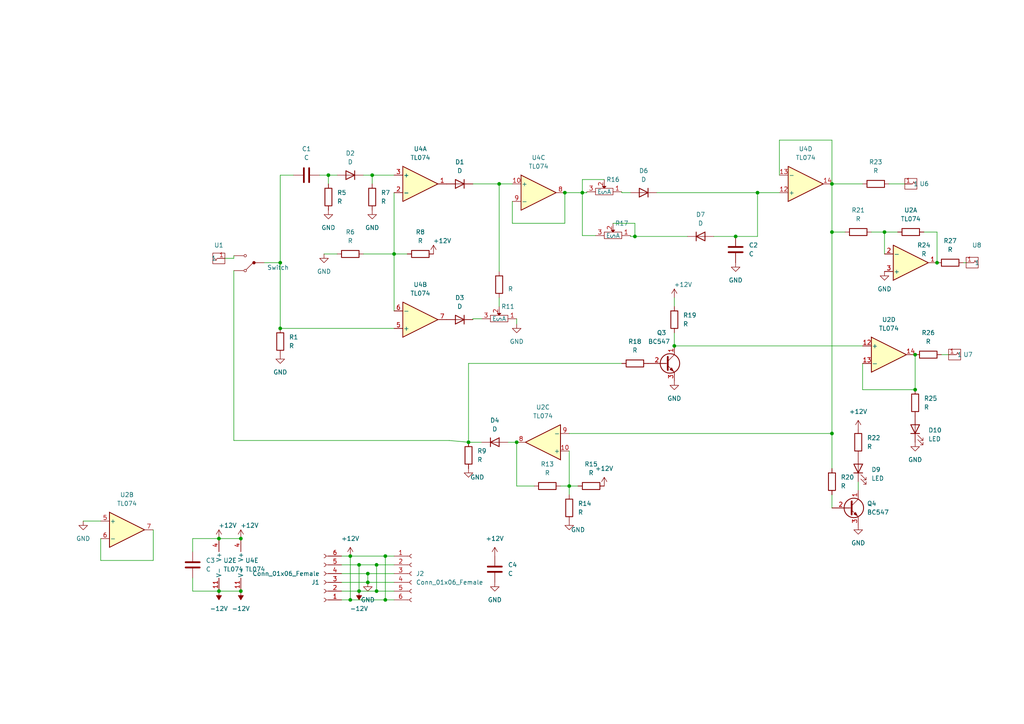
<source format=kicad_sch>
(kicad_sch (version 20230121) (generator eeschema)

  (uuid a0a58e80-eba4-446d-b367-4a9f97f1bd61)

  (paper "A4")

  (lib_symbols
    (symbol "Amplifier_Operational:TL074" (pin_names (offset 0.127)) (in_bom yes) (on_board yes)
      (property "Reference" "U" (at 0 5.08 0)
        (effects (font (size 1.27 1.27)) (justify left))
      )
      (property "Value" "TL074" (at 0 -5.08 0)
        (effects (font (size 1.27 1.27)) (justify left))
      )
      (property "Footprint" "" (at -1.27 2.54 0)
        (effects (font (size 1.27 1.27)) hide)
      )
      (property "Datasheet" "http://www.ti.com/lit/ds/symlink/tl071.pdf" (at 1.27 5.08 0)
        (effects (font (size 1.27 1.27)) hide)
      )
      (property "ki_locked" "" (at 0 0 0)
        (effects (font (size 1.27 1.27)))
      )
      (property "ki_keywords" "quad opamp" (at 0 0 0)
        (effects (font (size 1.27 1.27)) hide)
      )
      (property "ki_description" "Quad Low-Noise JFET-Input Operational Amplifiers, DIP-14/SOIC-14" (at 0 0 0)
        (effects (font (size 1.27 1.27)) hide)
      )
      (property "ki_fp_filters" "SOIC*3.9x8.7mm*P1.27mm* DIP*W7.62mm* TSSOP*4.4x5mm*P0.65mm* SSOP*5.3x6.2mm*P0.65mm* MSOP*3x3mm*P0.5mm*" (at 0 0 0)
        (effects (font (size 1.27 1.27)) hide)
      )
      (symbol "TL074_1_1"
        (polyline
          (pts
            (xy -5.08 5.08)
            (xy 5.08 0)
            (xy -5.08 -5.08)
            (xy -5.08 5.08)
          )
          (stroke (width 0.254) (type default))
          (fill (type background))
        )
        (pin output line (at 7.62 0 180) (length 2.54)
          (name "~" (effects (font (size 1.27 1.27))))
          (number "1" (effects (font (size 1.27 1.27))))
        )
        (pin input line (at -7.62 -2.54 0) (length 2.54)
          (name "-" (effects (font (size 1.27 1.27))))
          (number "2" (effects (font (size 1.27 1.27))))
        )
        (pin input line (at -7.62 2.54 0) (length 2.54)
          (name "+" (effects (font (size 1.27 1.27))))
          (number "3" (effects (font (size 1.27 1.27))))
        )
      )
      (symbol "TL074_2_1"
        (polyline
          (pts
            (xy -5.08 5.08)
            (xy 5.08 0)
            (xy -5.08 -5.08)
            (xy -5.08 5.08)
          )
          (stroke (width 0.254) (type default))
          (fill (type background))
        )
        (pin input line (at -7.62 2.54 0) (length 2.54)
          (name "+" (effects (font (size 1.27 1.27))))
          (number "5" (effects (font (size 1.27 1.27))))
        )
        (pin input line (at -7.62 -2.54 0) (length 2.54)
          (name "-" (effects (font (size 1.27 1.27))))
          (number "6" (effects (font (size 1.27 1.27))))
        )
        (pin output line (at 7.62 0 180) (length 2.54)
          (name "~" (effects (font (size 1.27 1.27))))
          (number "7" (effects (font (size 1.27 1.27))))
        )
      )
      (symbol "TL074_3_1"
        (polyline
          (pts
            (xy -5.08 5.08)
            (xy 5.08 0)
            (xy -5.08 -5.08)
            (xy -5.08 5.08)
          )
          (stroke (width 0.254) (type default))
          (fill (type background))
        )
        (pin input line (at -7.62 2.54 0) (length 2.54)
          (name "+" (effects (font (size 1.27 1.27))))
          (number "10" (effects (font (size 1.27 1.27))))
        )
        (pin output line (at 7.62 0 180) (length 2.54)
          (name "~" (effects (font (size 1.27 1.27))))
          (number "8" (effects (font (size 1.27 1.27))))
        )
        (pin input line (at -7.62 -2.54 0) (length 2.54)
          (name "-" (effects (font (size 1.27 1.27))))
          (number "9" (effects (font (size 1.27 1.27))))
        )
      )
      (symbol "TL074_4_1"
        (polyline
          (pts
            (xy -5.08 5.08)
            (xy 5.08 0)
            (xy -5.08 -5.08)
            (xy -5.08 5.08)
          )
          (stroke (width 0.254) (type default))
          (fill (type background))
        )
        (pin input line (at -7.62 2.54 0) (length 2.54)
          (name "+" (effects (font (size 1.27 1.27))))
          (number "12" (effects (font (size 1.27 1.27))))
        )
        (pin input line (at -7.62 -2.54 0) (length 2.54)
          (name "-" (effects (font (size 1.27 1.27))))
          (number "13" (effects (font (size 1.27 1.27))))
        )
        (pin output line (at 7.62 0 180) (length 2.54)
          (name "~" (effects (font (size 1.27 1.27))))
          (number "14" (effects (font (size 1.27 1.27))))
        )
      )
      (symbol "TL074_5_1"
        (pin power_in line (at -2.54 -7.62 90) (length 3.81)
          (name "V-" (effects (font (size 1.27 1.27))))
          (number "11" (effects (font (size 1.27 1.27))))
        )
        (pin power_in line (at -2.54 7.62 270) (length 3.81)
          (name "V+" (effects (font (size 1.27 1.27))))
          (number "4" (effects (font (size 1.27 1.27))))
        )
      )
    )
    (symbol "Connector:Conn_01x06_Female" (pin_names (offset 1.016) hide) (in_bom yes) (on_board yes)
      (property "Reference" "J" (at 0 7.62 0)
        (effects (font (size 1.27 1.27)))
      )
      (property "Value" "Conn_01x06_Female" (at 0 -10.16 0)
        (effects (font (size 1.27 1.27)))
      )
      (property "Footprint" "" (at 0 0 0)
        (effects (font (size 1.27 1.27)) hide)
      )
      (property "Datasheet" "~" (at 0 0 0)
        (effects (font (size 1.27 1.27)) hide)
      )
      (property "ki_keywords" "connector" (at 0 0 0)
        (effects (font (size 1.27 1.27)) hide)
      )
      (property "ki_description" "Generic connector, single row, 01x06, script generated (kicad-library-utils/schlib/autogen/connector/)" (at 0 0 0)
        (effects (font (size 1.27 1.27)) hide)
      )
      (property "ki_fp_filters" "Connector*:*_1x??_*" (at 0 0 0)
        (effects (font (size 1.27 1.27)) hide)
      )
      (symbol "Conn_01x06_Female_1_1"
        (arc (start 0 -7.112) (mid -0.5058 -7.62) (end 0 -8.128)
          (stroke (width 0.1524) (type default))
          (fill (type none))
        )
        (arc (start 0 -4.572) (mid -0.5058 -5.08) (end 0 -5.588)
          (stroke (width 0.1524) (type default))
          (fill (type none))
        )
        (arc (start 0 -2.032) (mid -0.5058 -2.54) (end 0 -3.048)
          (stroke (width 0.1524) (type default))
          (fill (type none))
        )
        (polyline
          (pts
            (xy -1.27 -7.62)
            (xy -0.508 -7.62)
          )
          (stroke (width 0.1524) (type default))
          (fill (type none))
        )
        (polyline
          (pts
            (xy -1.27 -5.08)
            (xy -0.508 -5.08)
          )
          (stroke (width 0.1524) (type default))
          (fill (type none))
        )
        (polyline
          (pts
            (xy -1.27 -2.54)
            (xy -0.508 -2.54)
          )
          (stroke (width 0.1524) (type default))
          (fill (type none))
        )
        (polyline
          (pts
            (xy -1.27 0)
            (xy -0.508 0)
          )
          (stroke (width 0.1524) (type default))
          (fill (type none))
        )
        (polyline
          (pts
            (xy -1.27 2.54)
            (xy -0.508 2.54)
          )
          (stroke (width 0.1524) (type default))
          (fill (type none))
        )
        (polyline
          (pts
            (xy -1.27 5.08)
            (xy -0.508 5.08)
          )
          (stroke (width 0.1524) (type default))
          (fill (type none))
        )
        (arc (start 0 0.508) (mid -0.5058 0) (end 0 -0.508)
          (stroke (width 0.1524) (type default))
          (fill (type none))
        )
        (arc (start 0 3.048) (mid -0.5058 2.54) (end 0 2.032)
          (stroke (width 0.1524) (type default))
          (fill (type none))
        )
        (arc (start 0 5.588) (mid -0.5058 5.08) (end 0 4.572)
          (stroke (width 0.1524) (type default))
          (fill (type none))
        )
        (pin passive line (at -5.08 5.08 0) (length 3.81)
          (name "Pin_1" (effects (font (size 1.27 1.27))))
          (number "1" (effects (font (size 1.27 1.27))))
        )
        (pin passive line (at -5.08 2.54 0) (length 3.81)
          (name "Pin_2" (effects (font (size 1.27 1.27))))
          (number "2" (effects (font (size 1.27 1.27))))
        )
        (pin passive line (at -5.08 0 0) (length 3.81)
          (name "Pin_3" (effects (font (size 1.27 1.27))))
          (number "3" (effects (font (size 1.27 1.27))))
        )
        (pin passive line (at -5.08 -2.54 0) (length 3.81)
          (name "Pin_4" (effects (font (size 1.27 1.27))))
          (number "4" (effects (font (size 1.27 1.27))))
        )
        (pin passive line (at -5.08 -5.08 0) (length 3.81)
          (name "Pin_5" (effects (font (size 1.27 1.27))))
          (number "5" (effects (font (size 1.27 1.27))))
        )
        (pin passive line (at -5.08 -7.62 0) (length 3.81)
          (name "Pin_6" (effects (font (size 1.27 1.27))))
          (number "6" (effects (font (size 1.27 1.27))))
        )
      )
    )
    (symbol "Device:C" (pin_numbers hide) (pin_names (offset 0.254)) (in_bom yes) (on_board yes)
      (property "Reference" "C" (at 0.635 2.54 0)
        (effects (font (size 1.27 1.27)) (justify left))
      )
      (property "Value" "C" (at 0.635 -2.54 0)
        (effects (font (size 1.27 1.27)) (justify left))
      )
      (property "Footprint" "" (at 0.9652 -3.81 0)
        (effects (font (size 1.27 1.27)) hide)
      )
      (property "Datasheet" "~" (at 0 0 0)
        (effects (font (size 1.27 1.27)) hide)
      )
      (property "ki_keywords" "cap capacitor" (at 0 0 0)
        (effects (font (size 1.27 1.27)) hide)
      )
      (property "ki_description" "Unpolarized capacitor" (at 0 0 0)
        (effects (font (size 1.27 1.27)) hide)
      )
      (property "ki_fp_filters" "C_*" (at 0 0 0)
        (effects (font (size 1.27 1.27)) hide)
      )
      (symbol "C_0_1"
        (polyline
          (pts
            (xy -2.032 -0.762)
            (xy 2.032 -0.762)
          )
          (stroke (width 0.508) (type default))
          (fill (type none))
        )
        (polyline
          (pts
            (xy -2.032 0.762)
            (xy 2.032 0.762)
          )
          (stroke (width 0.508) (type default))
          (fill (type none))
        )
      )
      (symbol "C_1_1"
        (pin passive line (at 0 3.81 270) (length 2.794)
          (name "~" (effects (font (size 1.27 1.27))))
          (number "1" (effects (font (size 1.27 1.27))))
        )
        (pin passive line (at 0 -3.81 90) (length 2.794)
          (name "~" (effects (font (size 1.27 1.27))))
          (number "2" (effects (font (size 1.27 1.27))))
        )
      )
    )
    (symbol "Device:D" (pin_numbers hide) (pin_names (offset 1.016) hide) (in_bom yes) (on_board yes)
      (property "Reference" "D" (at 0 2.54 0)
        (effects (font (size 1.27 1.27)))
      )
      (property "Value" "D" (at 0 -2.54 0)
        (effects (font (size 1.27 1.27)))
      )
      (property "Footprint" "" (at 0 0 0)
        (effects (font (size 1.27 1.27)) hide)
      )
      (property "Datasheet" "~" (at 0 0 0)
        (effects (font (size 1.27 1.27)) hide)
      )
      (property "ki_keywords" "diode" (at 0 0 0)
        (effects (font (size 1.27 1.27)) hide)
      )
      (property "ki_description" "Diode" (at 0 0 0)
        (effects (font (size 1.27 1.27)) hide)
      )
      (property "ki_fp_filters" "TO-???* *_Diode_* *SingleDiode* D_*" (at 0 0 0)
        (effects (font (size 1.27 1.27)) hide)
      )
      (symbol "D_0_1"
        (polyline
          (pts
            (xy -1.27 1.27)
            (xy -1.27 -1.27)
          )
          (stroke (width 0.254) (type default))
          (fill (type none))
        )
        (polyline
          (pts
            (xy 1.27 0)
            (xy -1.27 0)
          )
          (stroke (width 0) (type default))
          (fill (type none))
        )
        (polyline
          (pts
            (xy 1.27 1.27)
            (xy 1.27 -1.27)
            (xy -1.27 0)
            (xy 1.27 1.27)
          )
          (stroke (width 0.254) (type default))
          (fill (type none))
        )
      )
      (symbol "D_1_1"
        (pin passive line (at -3.81 0 0) (length 2.54)
          (name "K" (effects (font (size 1.27 1.27))))
          (number "1" (effects (font (size 1.27 1.27))))
        )
        (pin passive line (at 3.81 0 180) (length 2.54)
          (name "A" (effects (font (size 1.27 1.27))))
          (number "2" (effects (font (size 1.27 1.27))))
        )
      )
    )
    (symbol "Device:LED" (pin_numbers hide) (pin_names (offset 1.016) hide) (in_bom yes) (on_board yes)
      (property "Reference" "D" (at 0 2.54 0)
        (effects (font (size 1.27 1.27)))
      )
      (property "Value" "LED" (at 0 -2.54 0)
        (effects (font (size 1.27 1.27)))
      )
      (property "Footprint" "" (at 0 0 0)
        (effects (font (size 1.27 1.27)) hide)
      )
      (property "Datasheet" "~" (at 0 0 0)
        (effects (font (size 1.27 1.27)) hide)
      )
      (property "ki_keywords" "LED diode" (at 0 0 0)
        (effects (font (size 1.27 1.27)) hide)
      )
      (property "ki_description" "Light emitting diode" (at 0 0 0)
        (effects (font (size 1.27 1.27)) hide)
      )
      (property "ki_fp_filters" "LED* LED_SMD:* LED_THT:*" (at 0 0 0)
        (effects (font (size 1.27 1.27)) hide)
      )
      (symbol "LED_0_1"
        (polyline
          (pts
            (xy -1.27 -1.27)
            (xy -1.27 1.27)
          )
          (stroke (width 0.254) (type default))
          (fill (type none))
        )
        (polyline
          (pts
            (xy -1.27 0)
            (xy 1.27 0)
          )
          (stroke (width 0) (type default))
          (fill (type none))
        )
        (polyline
          (pts
            (xy 1.27 -1.27)
            (xy 1.27 1.27)
            (xy -1.27 0)
            (xy 1.27 -1.27)
          )
          (stroke (width 0.254) (type default))
          (fill (type none))
        )
        (polyline
          (pts
            (xy -3.048 -0.762)
            (xy -4.572 -2.286)
            (xy -3.81 -2.286)
            (xy -4.572 -2.286)
            (xy -4.572 -1.524)
          )
          (stroke (width 0) (type default))
          (fill (type none))
        )
        (polyline
          (pts
            (xy -1.778 -0.762)
            (xy -3.302 -2.286)
            (xy -2.54 -2.286)
            (xy -3.302 -2.286)
            (xy -3.302 -1.524)
          )
          (stroke (width 0) (type default))
          (fill (type none))
        )
      )
      (symbol "LED_1_1"
        (pin passive line (at -3.81 0 0) (length 2.54)
          (name "K" (effects (font (size 1.27 1.27))))
          (number "1" (effects (font (size 1.27 1.27))))
        )
        (pin passive line (at 3.81 0 180) (length 2.54)
          (name "A" (effects (font (size 1.27 1.27))))
          (number "2" (effects (font (size 1.27 1.27))))
        )
      )
    )
    (symbol "Device:R" (pin_numbers hide) (pin_names (offset 0)) (in_bom yes) (on_board yes)
      (property "Reference" "R" (at 2.032 0 90)
        (effects (font (size 1.27 1.27)))
      )
      (property "Value" "R" (at 0 0 90)
        (effects (font (size 1.27 1.27)))
      )
      (property "Footprint" "" (at -1.778 0 90)
        (effects (font (size 1.27 1.27)) hide)
      )
      (property "Datasheet" "~" (at 0 0 0)
        (effects (font (size 1.27 1.27)) hide)
      )
      (property "ki_keywords" "R res resistor" (at 0 0 0)
        (effects (font (size 1.27 1.27)) hide)
      )
      (property "ki_description" "Resistor" (at 0 0 0)
        (effects (font (size 1.27 1.27)) hide)
      )
      (property "ki_fp_filters" "R_*" (at 0 0 0)
        (effects (font (size 1.27 1.27)) hide)
      )
      (symbol "R_0_1"
        (rectangle (start -1.016 -2.54) (end 1.016 2.54)
          (stroke (width 0.254) (type default))
          (fill (type none))
        )
      )
      (symbol "R_1_1"
        (pin passive line (at 0 3.81 270) (length 1.27)
          (name "~" (effects (font (size 1.27 1.27))))
          (number "1" (effects (font (size 1.27 1.27))))
        )
        (pin passive line (at 0 -3.81 90) (length 1.27)
          (name "~" (effects (font (size 1.27 1.27))))
          (number "2" (effects (font (size 1.27 1.27))))
        )
      )
    )
    (symbol "HEJ:AlpsPot" (in_bom yes) (on_board yes)
      (property "Reference" "R" (at -6.35 2.54 0)
        (effects (font (size 1.27 1.27)))
      )
      (property "Value" "AlpsPot" (at -3.81 13.97 0)
        (effects (font (size 1.27 1.27)) hide)
      )
      (property "Footprint" "pretties:AlpsPot" (at -2.54 11.43 0)
        (effects (font (size 1.27 1.27)) hide)
      )
      (property "Datasheet" "" (at -2.54 11.43 0)
        (effects (font (size 1.27 1.27)) hide)
      )
      (symbol "AlpsPot_0_1"
        (rectangle (start -4.445 3.81) (end -2.54 -1.27)
          (stroke (width 0) (type default))
          (fill (type none))
        )
        (polyline
          (pts
            (xy -2.54 1.27)
            (xy -1.9454 1.8617)
            (xy -1.9454 0.7452)
            (xy -2.54 1.27)
            (xy -2.0208 0.9713)
            (xy -2.0543 1.6216)
            (xy -2.3418 1.2923)
            (xy -2.1548 1.1611)
            (xy -2.1548 1.3844)
            (xy -2.54 1.27)
          )
          (stroke (width 0) (type default))
          (fill (type none))
        )
      )
      (symbol "AlpsPot_1_1"
        (pin passive line (at -3.556 -3.81 90) (length 2.54)
          (name "A" (effects (font (size 1.27 1.27))))
          (number "1" (effects (font (size 1.27 1.27))))
        )
        (pin passive line (at 0 1.27 180) (length 2.54)
          (name "S" (effects (font (size 1.27 1.27))))
          (number "2" (effects (font (size 1.27 1.27))))
        )
        (pin passive line (at -3.556 6.35 270) (length 2.54)
          (name "E" (effects (font (size 1.27 1.27))))
          (number "3" (effects (font (size 1.27 1.27))))
        )
        (pin no_connect line (at -11.684 0 270) (length 2.54) hide
          (name "NC" (effects (font (size 1.27 1.27))))
          (number "4" (effects (font (size 1.27 1.27))))
        )
        (pin no_connect line (at -13.716 0 270) (length 2.54) hide
          (name "NC" (effects (font (size 1.27 1.27))))
          (number "5" (effects (font (size 1.27 1.27))))
        )
        (pin no_connect line (at -16.002 0 270) (length 2.54) hide
          (name "NC" (effects (font (size 1.27 1.27))))
          (number "6" (effects (font (size 1.27 1.27))))
        )
      )
    )
    (symbol "HEJ:Aux_flush" (in_bom yes) (on_board yes)
      (property "Reference" "U" (at -0.0508 5.3848 0)
        (effects (font (size 1.27 1.27)))
      )
      (property "Value" "Aux_flush" (at 0 3.5052 0)
        (effects (font (size 1.27 1.27)) hide)
      )
      (property "Footprint" "" (at 0 0 0)
        (effects (font (size 1.27 1.27)) hide)
      )
      (property "Datasheet" "" (at 0 0 0)
        (effects (font (size 1.27 1.27)) hide)
      )
      (symbol "Aux_flush_0_1"
        (rectangle (start -1.778 1.524) (end 1.7272 -1.5748)
          (stroke (width 0) (type default))
          (fill (type none))
        )
        (polyline
          (pts
            (xy -1.2192 0.0508)
            (xy -0.8636 -0.6604)
            (xy -0.5588 0)
            (xy 1.6764 0)
          )
          (stroke (width 0) (type default))
          (fill (type none))
        )
      )
      (symbol "Aux_flush_1_1"
        (pin bidirectional line (at 1.7272 0 180) (length 2)
          (name "1" (effects (font (size 1.27 1.27))))
          (number "1" (effects (font (size 1.27 1.27))))
        )
      )
    )
    (symbol "HEJ:Switch" (in_bom yes) (on_board yes)
      (property "Reference" "U" (at 0 4.318 0)
        (effects (font (size 1.27 1.27)))
      )
      (property "Value" "Switch" (at 0 -6.096 0)
        (effects (font (size 1.27 1.27)))
      )
      (property "Footprint" "pretties:Switch" (at 0.508 -7.366 0)
        (effects (font (size 1.27 1.27)) hide)
      )
      (property "Datasheet" "" (at 0 0 0)
        (effects (font (size 1.27 1.27)) hide)
      )
      (symbol "Switch_0_1"
        (polyline
          (pts
            (xy 0 0)
            (xy -3.048 0)
          )
          (stroke (width 0) (type default))
          (fill (type none))
        )
        (polyline
          (pts
            (xy 0.254 0)
            (xy 2.286 2.032)
          )
          (stroke (width 0) (type default))
          (fill (type none))
        )
        (polyline
          (pts
            (xy 3.048 -2.032)
            (xy 5.842 -2.032)
          )
          (stroke (width 0) (type default))
          (fill (type none))
        )
        (polyline
          (pts
            (xy 3.048 2.286)
            (xy 5.842 2.286)
          )
          (stroke (width 0) (type default))
          (fill (type none))
        )
        (circle (center 0 0) (radius 0.3965)
          (stroke (width 0) (type default))
          (fill (type outline))
        )
        (circle (center 2.54 -2.032) (radius 0.3592)
          (stroke (width 0) (type default))
          (fill (type none))
        )
        (circle (center 2.54 2.286) (radius 0.3592)
          (stroke (width 0) (type default))
          (fill (type none))
        )
      )
      (symbol "Switch_1_1"
        (pin input line (at 5.842 2.286 180) (length 2.54) hide
          (name "1" (effects (font (size 1.27 1.27))))
          (number "1" (effects (font (size 1.27 1.27))))
        )
        (pin input line (at -3.048 0 0) (length 2.54) hide
          (name "2" (effects (font (size 1.27 1.27))))
          (number "2" (effects (font (size 1.27 1.27))))
        )
        (pin input line (at 5.842 -2.032 180) (length 2.54) hide
          (name "3" (effects (font (size 1.27 1.27))))
          (number "3" (effects (font (size 1.27 1.27))))
        )
      )
    )
    (symbol "Transistor_BJT:BC547" (pin_names (offset 0) hide) (in_bom yes) (on_board yes)
      (property "Reference" "Q" (at 5.08 1.905 0)
        (effects (font (size 1.27 1.27)) (justify left))
      )
      (property "Value" "BC547" (at 5.08 0 0)
        (effects (font (size 1.27 1.27)) (justify left))
      )
      (property "Footprint" "Package_TO_SOT_THT:TO-92_Inline" (at 5.08 -1.905 0)
        (effects (font (size 1.27 1.27) italic) (justify left) hide)
      )
      (property "Datasheet" "https://www.onsemi.com/pub/Collateral/BC550-D.pdf" (at 0 0 0)
        (effects (font (size 1.27 1.27)) (justify left) hide)
      )
      (property "ki_keywords" "NPN Transistor" (at 0 0 0)
        (effects (font (size 1.27 1.27)) hide)
      )
      (property "ki_description" "0.1A Ic, 45V Vce, Small Signal NPN Transistor, TO-92" (at 0 0 0)
        (effects (font (size 1.27 1.27)) hide)
      )
      (property "ki_fp_filters" "TO?92*" (at 0 0 0)
        (effects (font (size 1.27 1.27)) hide)
      )
      (symbol "BC547_0_1"
        (polyline
          (pts
            (xy 0 0)
            (xy 0.635 0)
          )
          (stroke (width 0) (type default))
          (fill (type none))
        )
        (polyline
          (pts
            (xy 0.635 0.635)
            (xy 2.54 2.54)
          )
          (stroke (width 0) (type default))
          (fill (type none))
        )
        (polyline
          (pts
            (xy 0.635 -0.635)
            (xy 2.54 -2.54)
            (xy 2.54 -2.54)
          )
          (stroke (width 0) (type default))
          (fill (type none))
        )
        (polyline
          (pts
            (xy 0.635 1.905)
            (xy 0.635 -1.905)
            (xy 0.635 -1.905)
          )
          (stroke (width 0.508) (type default))
          (fill (type none))
        )
        (polyline
          (pts
            (xy 1.27 -1.778)
            (xy 1.778 -1.27)
            (xy 2.286 -2.286)
            (xy 1.27 -1.778)
            (xy 1.27 -1.778)
          )
          (stroke (width 0) (type default))
          (fill (type outline))
        )
        (circle (center 1.27 0) (radius 2.8194)
          (stroke (width 0.254) (type default))
          (fill (type none))
        )
      )
      (symbol "BC547_1_1"
        (pin passive line (at 2.54 5.08 270) (length 2.54)
          (name "C" (effects (font (size 1.27 1.27))))
          (number "1" (effects (font (size 1.27 1.27))))
        )
        (pin input line (at -5.08 0 0) (length 5.08)
          (name "B" (effects (font (size 1.27 1.27))))
          (number "2" (effects (font (size 1.27 1.27))))
        )
        (pin passive line (at 2.54 -5.08 90) (length 2.54)
          (name "E" (effects (font (size 1.27 1.27))))
          (number "3" (effects (font (size 1.27 1.27))))
        )
      )
    )
    (symbol "power:+12V" (power) (pin_names (offset 0)) (in_bom yes) (on_board yes)
      (property "Reference" "#PWR" (at 0 -3.81 0)
        (effects (font (size 1.27 1.27)) hide)
      )
      (property "Value" "+12V" (at 0 3.556 0)
        (effects (font (size 1.27 1.27)))
      )
      (property "Footprint" "" (at 0 0 0)
        (effects (font (size 1.27 1.27)) hide)
      )
      (property "Datasheet" "" (at 0 0 0)
        (effects (font (size 1.27 1.27)) hide)
      )
      (property "ki_keywords" "power-flag" (at 0 0 0)
        (effects (font (size 1.27 1.27)) hide)
      )
      (property "ki_description" "Power symbol creates a global label with name \"+12V\"" (at 0 0 0)
        (effects (font (size 1.27 1.27)) hide)
      )
      (symbol "+12V_0_1"
        (polyline
          (pts
            (xy -0.762 1.27)
            (xy 0 2.54)
          )
          (stroke (width 0) (type default))
          (fill (type none))
        )
        (polyline
          (pts
            (xy 0 0)
            (xy 0 2.54)
          )
          (stroke (width 0) (type default))
          (fill (type none))
        )
        (polyline
          (pts
            (xy 0 2.54)
            (xy 0.762 1.27)
          )
          (stroke (width 0) (type default))
          (fill (type none))
        )
      )
      (symbol "+12V_1_1"
        (pin power_in line (at 0 0 90) (length 0) hide
          (name "+12V" (effects (font (size 1.27 1.27))))
          (number "1" (effects (font (size 1.27 1.27))))
        )
      )
    )
    (symbol "power:-12V" (power) (pin_names (offset 0)) (in_bom yes) (on_board yes)
      (property "Reference" "#PWR" (at 0 2.54 0)
        (effects (font (size 1.27 1.27)) hide)
      )
      (property "Value" "-12V" (at 0 3.81 0)
        (effects (font (size 1.27 1.27)))
      )
      (property "Footprint" "" (at 0 0 0)
        (effects (font (size 1.27 1.27)) hide)
      )
      (property "Datasheet" "" (at 0 0 0)
        (effects (font (size 1.27 1.27)) hide)
      )
      (property "ki_keywords" "power-flag" (at 0 0 0)
        (effects (font (size 1.27 1.27)) hide)
      )
      (property "ki_description" "Power symbol creates a global label with name \"-12V\"" (at 0 0 0)
        (effects (font (size 1.27 1.27)) hide)
      )
      (symbol "-12V_0_0"
        (pin power_in line (at 0 0 90) (length 0) hide
          (name "-12V" (effects (font (size 1.27 1.27))))
          (number "1" (effects (font (size 1.27 1.27))))
        )
      )
      (symbol "-12V_0_1"
        (polyline
          (pts
            (xy 0 0)
            (xy 0 1.27)
            (xy 0.762 1.27)
            (xy 0 2.54)
            (xy -0.762 1.27)
            (xy 0 1.27)
          )
          (stroke (width 0) (type default))
          (fill (type outline))
        )
      )
    )
    (symbol "power:GND" (power) (pin_names (offset 0)) (in_bom yes) (on_board yes)
      (property "Reference" "#PWR" (at 0 -6.35 0)
        (effects (font (size 1.27 1.27)) hide)
      )
      (property "Value" "GND" (at 0 -3.81 0)
        (effects (font (size 1.27 1.27)))
      )
      (property "Footprint" "" (at 0 0 0)
        (effects (font (size 1.27 1.27)) hide)
      )
      (property "Datasheet" "" (at 0 0 0)
        (effects (font (size 1.27 1.27)) hide)
      )
      (property "ki_keywords" "power-flag" (at 0 0 0)
        (effects (font (size 1.27 1.27)) hide)
      )
      (property "ki_description" "Power symbol creates a global label with name \"GND\" , ground" (at 0 0 0)
        (effects (font (size 1.27 1.27)) hide)
      )
      (symbol "GND_0_1"
        (polyline
          (pts
            (xy 0 0)
            (xy 0 -1.27)
            (xy 1.27 -1.27)
            (xy 0 -2.54)
            (xy -1.27 -1.27)
            (xy 0 -1.27)
          )
          (stroke (width 0) (type default))
          (fill (type none))
        )
      )
      (symbol "GND_1_1"
        (pin power_in line (at 0 0 270) (length 0) hide
          (name "GND" (effects (font (size 1.27 1.27))))
          (number "1" (effects (font (size 1.27 1.27))))
        )
      )
    )
  )

  (junction (at 265.43 102.87) (diameter 0) (color 0 0 0 0)
    (uuid 0781b81d-a519-47b0-8f63-4c3139466914)
  )
  (junction (at 107.95 50.8) (diameter 0) (color 0 0 0 0)
    (uuid 0c5ebf21-3858-4e51-b263-65c2c2334c1b)
  )
  (junction (at 144.78 53.34) (diameter 0) (color 0 0 0 0)
    (uuid 0dc7f7a5-323b-4d38-9a15-39e663b3e431)
  )
  (junction (at 241.3 67.31) (diameter 0) (color 0 0 0 0)
    (uuid 0e9fb6eb-6d93-4769-8c58-b688a05d68e3)
  )
  (junction (at 69.85 171.45) (diameter 0) (color 0 0 0 0)
    (uuid 1136768c-74a2-499c-9f5c-5c0750337743)
  )
  (junction (at 106.68 166.37) (diameter 0) (color 0 0 0 0)
    (uuid 1222226b-c3c8-47b4-b753-6d3ce7124ea1)
  )
  (junction (at 104.14 171.45) (diameter 0) (color 0 0 0 0)
    (uuid 1975811f-f93e-4306-820a-0fda53ff3b93)
  )
  (junction (at 69.85 156.21) (diameter 0) (color 0 0 0 0)
    (uuid 2372441d-9def-4623-b3e8-f47dfec7b8fe)
  )
  (junction (at 168.91 55.88) (diameter 0) (color 0 0 0 0)
    (uuid 2552707a-050d-4cd0-8a35-c1934e14c617)
  )
  (junction (at 63.5 171.45) (diameter 0) (color 0 0 0 0)
    (uuid 324be220-032f-4d0d-9e94-ca94a6d57007)
  )
  (junction (at 111.76 161.29) (diameter 0) (color 0 0 0 0)
    (uuid 3f3d2f15-66ba-4cff-bd09-41298466caff)
  )
  (junction (at 219.71 55.88) (diameter 0) (color 0 0 0 0)
    (uuid 42d1b488-fea8-400e-b807-4e20bcb077de)
  )
  (junction (at 135.89 128.27) (diameter 0) (color 0 0 0 0)
    (uuid 453a1e19-8ec2-4f28-b2fd-20227ac4bccf)
  )
  (junction (at 95.25 50.8) (diameter 0) (color 0 0 0 0)
    (uuid 4ee7a15a-19cc-4dae-b596-1593e6a246ad)
  )
  (junction (at 195.58 100.33) (diameter 0) (color 0 0 0 0)
    (uuid 55402843-cf12-4730-ad76-1821b71a136a)
  )
  (junction (at 63.5 156.21) (diameter 0) (color 0 0 0 0)
    (uuid 57609521-4813-4d1d-baad-7bbf85e919bd)
  )
  (junction (at 104.14 163.83) (diameter 0) (color 0 0 0 0)
    (uuid 8194ec17-6328-44b5-af87-286a68a35f96)
  )
  (junction (at 109.22 163.83) (diameter 0) (color 0 0 0 0)
    (uuid 8195ff7f-bd12-4910-b5bd-42939ccf4945)
  )
  (junction (at 109.22 171.45) (diameter 0) (color 0 0 0 0)
    (uuid 823f92bf-77f2-4719-946e-a70417ba9324)
  )
  (junction (at 106.68 168.91) (diameter 0) (color 0 0 0 0)
    (uuid 853e70d4-31e3-4f06-ad1c-074724a97e8a)
  )
  (junction (at 265.43 113.03) (diameter 0) (color 0 0 0 0)
    (uuid 8c30f745-af0e-4f68-8e8b-4d592d98e03b)
  )
  (junction (at 149.86 128.27) (diameter 0) (color 0 0 0 0)
    (uuid 8ead2561-6d92-4b00-827c-069bd0052ed6)
  )
  (junction (at 165.1 140.97) (diameter 0) (color 0 0 0 0)
    (uuid 9a7d22f6-3fb3-4fef-bb9e-7cc57712df9c)
  )
  (junction (at 101.6 173.99) (diameter 0) (color 0 0 0 0)
    (uuid a2e1b6dd-5e3a-424a-8389-97a29dbaba4b)
  )
  (junction (at 81.28 76.2) (diameter 0) (color 0 0 0 0)
    (uuid ab77f5ce-446e-4fcb-8590-73e7233be436)
  )
  (junction (at 111.76 173.99) (diameter 0) (color 0 0 0 0)
    (uuid ad6e8648-623c-454b-9d4c-677009b96cd7)
  )
  (junction (at 184.15 68.58) (diameter 0) (color 0 0 0 0)
    (uuid add22e29-cd74-4cd0-a76e-424befc4282c)
  )
  (junction (at 271.78 76.2) (diameter 0) (color 0 0 0 0)
    (uuid b621b15a-b011-44b8-908b-1e04fa4a37f7)
  )
  (junction (at 81.28 95.25) (diameter 0) (color 0 0 0 0)
    (uuid c2d860fe-068d-41c1-a410-db40d6848938)
  )
  (junction (at 256.54 67.31) (diameter 0) (color 0 0 0 0)
    (uuid cd861bf2-89dc-4bb3-ada5-e3cf9448edaa)
  )
  (junction (at 163.83 55.88) (diameter 0) (color 0 0 0 0)
    (uuid e2375c21-e372-40e3-8152-a55b73139fb0)
  )
  (junction (at 213.36 68.58) (diameter 0) (color 0 0 0 0)
    (uuid ebdaa180-7e1a-4b8e-8225-b4a117c4db74)
  )
  (junction (at 114.3 73.66) (diameter 0) (color 0 0 0 0)
    (uuid f36cbe73-7938-47e6-8413-6d76e304b9bc)
  )
  (junction (at 241.3 125.73) (diameter 0) (color 0 0 0 0)
    (uuid f3e217dc-b855-4918-99ed-392b6e80b55a)
  )
  (junction (at 101.6 161.29) (diameter 0) (color 0 0 0 0)
    (uuid fcc05c24-67f9-4bb1-9c41-172dc4482127)
  )
  (junction (at 241.3 53.34) (diameter 0) (color 0 0 0 0)
    (uuid ff54e7db-d46b-409a-9749-bc517a0f6164)
  )

  (wire (pts (xy 257.81 53.34) (xy 262.4328 53.34))
    (stroke (width 0) (type default))
    (uuid 00f83df1-e2c6-48d3-b6a8-a3d996f3f4e1)
  )
  (wire (pts (xy 168.91 52.07) (xy 168.91 55.88))
    (stroke (width 0) (type default))
    (uuid 012506cb-6c13-48bf-8d48-83f501c8a70a)
  )
  (wire (pts (xy 170.18 55.88) (xy 170.18 55.626))
    (stroke (width 0) (type default))
    (uuid 031842de-079f-4e74-bd05-9fb3d09c1c0f)
  )
  (wire (pts (xy 65.2272 74.93) (xy 67.818 74.93))
    (stroke (width 0) (type default))
    (uuid 09f961c7-a823-4387-8c1a-b3853ed3bf2c)
  )
  (wire (pts (xy 168.91 55.88) (xy 170.18 55.88))
    (stroke (width 0) (type default))
    (uuid 0fcc199d-9ddb-449e-865c-5156a687884f)
  )
  (wire (pts (xy 99.06 163.83) (xy 104.14 163.83))
    (stroke (width 0) (type default))
    (uuid 0ff5688f-2286-4d04-bcce-f4f50bff3814)
  )
  (wire (pts (xy 81.28 76.2) (xy 81.28 95.25))
    (stroke (width 0) (type default))
    (uuid 148c26f1-2135-4b59-add9-2e73924fb3d3)
  )
  (wire (pts (xy 226.06 40.64) (xy 241.3 40.64))
    (stroke (width 0) (type default))
    (uuid 168d496f-c0e0-4c68-987a-adf9bad70546)
  )
  (wire (pts (xy 250.19 105.41) (xy 250.19 113.03))
    (stroke (width 0) (type default))
    (uuid 1a475fe0-2113-4393-bbb8-d9e6789db866)
  )
  (wire (pts (xy 105.41 50.8) (xy 107.95 50.8))
    (stroke (width 0) (type default))
    (uuid 1a9276f7-88ae-4ff2-b24f-66cd05ed9aab)
  )
  (wire (pts (xy 241.3 40.64) (xy 241.3 53.34))
    (stroke (width 0) (type default))
    (uuid 1e5b1df1-d1b0-4328-ad09-3e8f32b16054)
  )
  (wire (pts (xy 76.708 76.2) (xy 81.28 76.2))
    (stroke (width 0) (type default))
    (uuid 20e0f312-61e1-4708-b89d-49979833e97a)
  )
  (wire (pts (xy 165.1 140.97) (xy 167.64 140.97))
    (stroke (width 0) (type default))
    (uuid 221bd20c-1d09-40df-b44a-d0ed1452f04f)
  )
  (wire (pts (xy 105.41 73.66) (xy 114.3 73.66))
    (stroke (width 0) (type default))
    (uuid 24c22ac9-b4b1-42fc-9647-1d2a312abeea)
  )
  (wire (pts (xy 144.78 53.34) (xy 144.78 78.74))
    (stroke (width 0) (type default))
    (uuid 293af542-8652-480c-8a22-6e60bd20caac)
  )
  (wire (pts (xy 29.21 162.56) (xy 44.45 162.56))
    (stroke (width 0) (type default))
    (uuid 2a3dd42a-9643-4406-b2a8-2352da11784f)
  )
  (wire (pts (xy 101.6 161.29) (xy 101.6 173.99))
    (stroke (width 0) (type default))
    (uuid 2ba87dcd-4755-4f42-b939-efc9e53cafdd)
  )
  (wire (pts (xy 195.58 86.36) (xy 195.58 88.9))
    (stroke (width 0) (type default))
    (uuid 2d0672de-744a-4079-abd5-624d74a4863c)
  )
  (wire (pts (xy 177.8 64.77) (xy 184.15 64.77))
    (stroke (width 0) (type default))
    (uuid 2eec728c-9ce0-4ec2-8e41-e6643c9c5f6f)
  )
  (wire (pts (xy 135.89 128.27) (xy 139.7 128.27))
    (stroke (width 0) (type default))
    (uuid 2eed9c45-2940-4368-a6a3-769acdf29720)
  )
  (wire (pts (xy 252.73 67.31) (xy 256.54 67.31))
    (stroke (width 0) (type default))
    (uuid 301f0ff8-944b-4738-b8ca-ad848789b860)
  )
  (wire (pts (xy 101.6 161.29) (xy 111.76 161.29))
    (stroke (width 0) (type default))
    (uuid 32377da4-a062-4401-a34c-9043204f2947)
  )
  (wire (pts (xy 260.35 67.31) (xy 256.54 67.31))
    (stroke (width 0) (type default))
    (uuid 3a5ef951-5b12-43e2-b8a3-1b0cccb689d5)
  )
  (wire (pts (xy 256.54 73.66) (xy 256.54 67.31))
    (stroke (width 0) (type default))
    (uuid 3f1a5df5-1cc7-406f-a494-3c3d043517e7)
  )
  (wire (pts (xy 241.3 67.31) (xy 245.11 67.31))
    (stroke (width 0) (type default))
    (uuid 40567c71-966c-4157-891e-cc1dcf61bbee)
  )
  (wire (pts (xy 165.1 130.81) (xy 165.1 140.97))
    (stroke (width 0) (type default))
    (uuid 40a335d2-69e5-436a-9f06-2a72ffe642d8)
  )
  (wire (pts (xy 144.78 86.36) (xy 144.78 88.9))
    (stroke (width 0) (type default))
    (uuid 422abff0-dcfc-43c0-8b01-728fcc4e0e57)
  )
  (wire (pts (xy 213.36 68.58) (xy 207.01 68.58))
    (stroke (width 0) (type default))
    (uuid 47bb613f-4433-4ef1-849c-121b922448e4)
  )
  (wire (pts (xy 195.58 100.33) (xy 250.19 100.33))
    (stroke (width 0) (type default))
    (uuid 47fd4a0c-c0d9-40c4-be6a-1b223677a249)
  )
  (wire (pts (xy 137.16 92.456) (xy 139.7 92.456))
    (stroke (width 0) (type default))
    (uuid 48929c98-f5b1-4079-ba59-df4f8221db58)
  )
  (wire (pts (xy 55.88 156.21) (xy 63.5 156.21))
    (stroke (width 0) (type default))
    (uuid 48a8554b-fbc5-4ad6-8e26-7195e121bf36)
  )
  (wire (pts (xy 81.28 50.8) (xy 81.28 76.2))
    (stroke (width 0) (type default))
    (uuid 4d9677b7-aa11-4a71-8bbd-c6f6676ea461)
  )
  (wire (pts (xy 111.76 161.29) (xy 111.76 173.99))
    (stroke (width 0) (type default))
    (uuid 4e842c68-ce90-43c5-abf6-e23e314f5557)
  )
  (wire (pts (xy 55.88 167.64) (xy 55.88 171.45))
    (stroke (width 0) (type default))
    (uuid 53672f64-24fa-4c79-bd38-5fa4a7f5afbb)
  )
  (wire (pts (xy 114.3 73.66) (xy 114.3 90.17))
    (stroke (width 0) (type default))
    (uuid 565c4ffb-3652-439b-8cf9-f5b2b5ddc450)
  )
  (wire (pts (xy 106.68 166.37) (xy 114.3 166.37))
    (stroke (width 0) (type default))
    (uuid 5bad8e62-1d79-4430-866d-cd958644e0c1)
  )
  (wire (pts (xy 149.86 92.456) (xy 149.86 93.98))
    (stroke (width 0) (type default))
    (uuid 5bbb3407-dbc8-4d70-95ad-50aa28ab50d6)
  )
  (wire (pts (xy 55.88 171.45) (xy 63.5 171.45))
    (stroke (width 0) (type default))
    (uuid 5be72f4d-e859-4586-b485-b36570b8d003)
  )
  (wire (pts (xy 95.25 50.8) (xy 97.79 50.8))
    (stroke (width 0) (type default))
    (uuid 5cd0b5a7-97b1-45c8-a354-ff8137ec8054)
  )
  (wire (pts (xy 109.22 163.83) (xy 109.22 171.45))
    (stroke (width 0) (type default))
    (uuid 5d9fb294-01b9-4f1e-89eb-aef79da518f1)
  )
  (wire (pts (xy 273.05 102.87) (xy 275.1328 102.87))
    (stroke (width 0) (type default))
    (uuid 6305b84b-3ee1-4814-ac8a-3958ce6638f3)
  )
  (wire (pts (xy 114.3 73.66) (xy 118.11 73.66))
    (stroke (width 0) (type default))
    (uuid 663d6f5c-020a-498d-b5eb-a9643ca9891c)
  )
  (wire (pts (xy 248.92 139.7) (xy 248.92 142.24))
    (stroke (width 0) (type default))
    (uuid 669d6baa-f387-4b98-9c8c-d1a10bc7f52d)
  )
  (wire (pts (xy 99.06 166.37) (xy 106.68 166.37))
    (stroke (width 0) (type default))
    (uuid 6a288c73-f206-4e76-b76a-aad6b2d71757)
  )
  (wire (pts (xy 267.97 67.31) (xy 271.78 67.31))
    (stroke (width 0) (type default))
    (uuid 6b316efc-39e8-48b4-88fa-21120764ec00)
  )
  (wire (pts (xy 137.16 53.34) (xy 144.78 53.34))
    (stroke (width 0) (type default))
    (uuid 6c63043e-7a00-4286-b119-9c92854966bf)
  )
  (wire (pts (xy 55.88 160.02) (xy 55.88 156.21))
    (stroke (width 0) (type default))
    (uuid 7172c44b-d9be-48f9-89ba-f47b05dacb06)
  )
  (wire (pts (xy 130.302 127.762) (xy 135.89 128.27))
    (stroke (width 0) (type default))
    (uuid 743512b4-e0b3-46c0-bf3a-cfa37e412566)
  )
  (wire (pts (xy 101.6 173.99) (xy 111.76 173.99))
    (stroke (width 0) (type default))
    (uuid 755b34ff-1cee-47aa-9f20-aef4c6c8d9b1)
  )
  (wire (pts (xy 250.19 113.03) (xy 265.43 113.03))
    (stroke (width 0) (type default))
    (uuid 781daefc-65e4-4c8a-bf36-da2fbd6c475d)
  )
  (wire (pts (xy 99.06 168.91) (xy 106.68 168.91))
    (stroke (width 0) (type default))
    (uuid 78b86cd4-b622-4b8d-aff5-74dd2d026a81)
  )
  (wire (pts (xy 168.91 68.326) (xy 172.72 68.326))
    (stroke (width 0) (type default))
    (uuid 79e0abbf-a425-42fb-a57f-bde0036de476)
  )
  (wire (pts (xy 241.3 53.34) (xy 241.3 67.31))
    (stroke (width 0) (type default))
    (uuid 79ebfeb0-5e93-4cd8-b583-1cb663c8b48b)
  )
  (wire (pts (xy 180.34 55.88) (xy 180.34 55.626))
    (stroke (width 0) (type default))
    (uuid 7acf29ae-acbd-41ad-9010-5d97641b424f)
  )
  (wire (pts (xy 219.71 68.58) (xy 213.36 68.58))
    (stroke (width 0) (type default))
    (uuid 7d169d4f-dcde-44fb-b647-7bf87a0cab11)
  )
  (wire (pts (xy 104.14 163.83) (xy 109.22 163.83))
    (stroke (width 0) (type default))
    (uuid 7fad9655-1b0a-4bcb-abfd-7387899cfa97)
  )
  (wire (pts (xy 104.14 163.83) (xy 104.14 171.45))
    (stroke (width 0) (type default))
    (uuid 815f83fd-a264-437a-a9cb-15edd9c97f13)
  )
  (wire (pts (xy 63.5 171.45) (xy 69.85 171.45))
    (stroke (width 0) (type default))
    (uuid 850067e5-3d41-4f8e-a6bd-e86e1e352fc7)
  )
  (wire (pts (xy 241.3 125.73) (xy 241.3 135.89))
    (stroke (width 0) (type default))
    (uuid 85803ed8-ddf7-4102-a7d6-8e1e39ba50de)
  )
  (wire (pts (xy 241.3 143.51) (xy 241.3 147.32))
    (stroke (width 0) (type default))
    (uuid 86890ff4-e6a1-4fe4-9aee-ac086360a204)
  )
  (wire (pts (xy 99.06 171.45) (xy 104.14 171.45))
    (stroke (width 0) (type default))
    (uuid 8882b836-49eb-4c4b-8ee1-45acbd4288a3)
  )
  (wire (pts (xy 135.89 128.27) (xy 135.89 105.41))
    (stroke (width 0) (type default))
    (uuid 88e2f9ab-53ff-4e6e-92bd-b0cd94f3309f)
  )
  (wire (pts (xy 163.83 55.88) (xy 168.91 55.88))
    (stroke (width 0) (type default))
    (uuid 8a794330-3a84-4e16-84e9-79ee5c02c5a9)
  )
  (wire (pts (xy 190.5 55.88) (xy 219.71 55.88))
    (stroke (width 0) (type default))
    (uuid 8d5a457d-97bd-4383-b2fd-a12fc854402a)
  )
  (wire (pts (xy 92.71 50.8) (xy 95.25 50.8))
    (stroke (width 0) (type default))
    (uuid 8e9e2b20-8176-453b-a4b2-d1a4e2b170af)
  )
  (wire (pts (xy 271.78 67.31) (xy 271.78 76.2))
    (stroke (width 0) (type default))
    (uuid 91e23f8e-6919-4ced-aadb-cc83e24e6e1b)
  )
  (wire (pts (xy 114.3 95.25) (xy 81.28 95.25))
    (stroke (width 0) (type default))
    (uuid 945a9a0e-2110-4f59-9127-7c8645808c99)
  )
  (wire (pts (xy 107.95 50.8) (xy 114.3 50.8))
    (stroke (width 0) (type default))
    (uuid 9b0e594b-c4c2-479f-b625-da1bae7cbe0a)
  )
  (wire (pts (xy 165.1 125.73) (xy 241.3 125.73))
    (stroke (width 0) (type default))
    (uuid 9cbe06ec-2aff-4eb6-abb4-2e6b63d87011)
  )
  (wire (pts (xy 67.818 127.762) (xy 130.302 127.762))
    (stroke (width 0) (type default))
    (uuid 9e3bef02-f66c-41e9-a9c9-8a9d9071148b)
  )
  (wire (pts (xy 265.43 113.03) (xy 265.43 102.87))
    (stroke (width 0) (type default))
    (uuid a1af8a86-1043-4512-8020-29731a24599f)
  )
  (wire (pts (xy 154.94 140.97) (xy 149.86 140.97))
    (stroke (width 0) (type default))
    (uuid a2f80255-a44f-4ee0-90c2-67512d4c2ead)
  )
  (wire (pts (xy 29.21 156.21) (xy 29.21 162.56))
    (stroke (width 0) (type default))
    (uuid a5d807c0-52ed-4fcb-a917-d9b863fa984d)
  )
  (wire (pts (xy 44.45 162.56) (xy 44.45 153.67))
    (stroke (width 0) (type default))
    (uuid a9707511-9439-4c12-a13b-4be3ee16f5ce)
  )
  (wire (pts (xy 111.76 173.99) (xy 114.3 173.99))
    (stroke (width 0) (type default))
    (uuid ab393a95-75c5-47db-9d98-15f1d0df2fe9)
  )
  (wire (pts (xy 219.71 55.88) (xy 226.06 55.88))
    (stroke (width 0) (type default))
    (uuid ae1e7e40-d0eb-453d-9d06-767263fd05cb)
  )
  (wire (pts (xy 241.3 53.34) (xy 250.19 53.34))
    (stroke (width 0) (type default))
    (uuid b01e377f-3ece-48fe-9693-84a74dc22cb9)
  )
  (wire (pts (xy 111.76 161.29) (xy 114.3 161.29))
    (stroke (width 0) (type default))
    (uuid b031541a-09f2-4e6c-a1b5-ae05af9309b1)
  )
  (wire (pts (xy 162.56 140.97) (xy 165.1 140.97))
    (stroke (width 0) (type default))
    (uuid b0961894-75c1-4a37-92fe-6f275cba9a76)
  )
  (wire (pts (xy 241.3 67.31) (xy 241.3 125.73))
    (stroke (width 0) (type default))
    (uuid b275f2c2-3624-4b18-a516-64fc8c6c8e39)
  )
  (wire (pts (xy 147.32 128.27) (xy 149.86 128.27))
    (stroke (width 0) (type default))
    (uuid b378a6f8-4d5f-4f1c-9cf8-f4af9cf3da12)
  )
  (wire (pts (xy 109.22 163.83) (xy 114.3 163.83))
    (stroke (width 0) (type default))
    (uuid b4372aed-0c27-4728-a40c-7f0bead67b0a)
  )
  (wire (pts (xy 165.1 140.97) (xy 165.1 143.51))
    (stroke (width 0) (type default))
    (uuid b5ddd658-2ad6-4755-a2bf-2233405a1cfb)
  )
  (wire (pts (xy 114.3 55.88) (xy 114.3 73.66))
    (stroke (width 0) (type default))
    (uuid b6396563-cb57-4394-bc10-350f422b4f9f)
  )
  (wire (pts (xy 106.68 168.91) (xy 114.3 168.91))
    (stroke (width 0) (type default))
    (uuid bb7fc779-c79c-4429-b7b4-ce66e58053fd)
  )
  (wire (pts (xy 109.22 171.45) (xy 114.3 171.45))
    (stroke (width 0) (type default))
    (uuid bdf29f5f-7b24-4d80-a990-a8c2997b2fa9)
  )
  (wire (pts (xy 226.06 50.8) (xy 226.06 40.64))
    (stroke (width 0) (type default))
    (uuid c4028e1e-c8ef-420d-ac8e-7e10919b5c47)
  )
  (wire (pts (xy 175.26 52.07) (xy 168.91 52.07))
    (stroke (width 0) (type default))
    (uuid c52c7ab4-1454-4da8-8a49-db306a205034)
  )
  (wire (pts (xy 184.15 68.58) (xy 199.39 68.58))
    (stroke (width 0) (type default))
    (uuid d14f4194-49e4-4739-b9cc-d1c397c19bc5)
  )
  (wire (pts (xy 97.79 73.66) (xy 93.98 73.66))
    (stroke (width 0) (type default))
    (uuid d48970cf-515a-42e7-aa8b-d44eb0358f1e)
  )
  (wire (pts (xy 182.88 68.58) (xy 184.15 68.58))
    (stroke (width 0) (type default))
    (uuid d678812f-3165-4279-9139-8db381cf0aaa)
  )
  (wire (pts (xy 99.06 161.29) (xy 101.6 161.29))
    (stroke (width 0) (type default))
    (uuid d970eb39-207d-43ec-8ed1-24ba7b400bc0)
  )
  (wire (pts (xy 135.89 105.41) (xy 180.34 105.41))
    (stroke (width 0) (type default))
    (uuid dd06d142-c73f-4756-baae-6634ca67337d)
  )
  (wire (pts (xy 106.68 166.37) (xy 106.68 168.91))
    (stroke (width 0) (type default))
    (uuid de158459-f8ac-4339-86dd-eb756155f0a7)
  )
  (wire (pts (xy 137.16 92.456) (xy 137.16 92.71))
    (stroke (width 0) (type default))
    (uuid de4b9a67-04cf-4286-baa6-8cee96388065)
  )
  (wire (pts (xy 163.83 64.77) (xy 163.83 55.88))
    (stroke (width 0) (type default))
    (uuid df2b5820-41fe-421b-851b-2fb2d2a84304)
  )
  (wire (pts (xy 149.86 140.97) (xy 149.86 128.27))
    (stroke (width 0) (type default))
    (uuid df6a82a7-2617-45a5-bb8f-ceb7423f0886)
  )
  (wire (pts (xy 148.59 64.77) (xy 163.83 64.77))
    (stroke (width 0) (type default))
    (uuid e3b0c2ee-46d3-4e74-a5ef-b0f90b5a8523)
  )
  (wire (pts (xy 144.78 53.34) (xy 148.59 53.34))
    (stroke (width 0) (type default))
    (uuid e44a4d8e-194c-4917-a79b-6af8c4ee69c3)
  )
  (wire (pts (xy 182.88 68.58) (xy 182.88 68.326))
    (stroke (width 0) (type default))
    (uuid e4fe5ece-fb03-437f-bc4e-61f845969df6)
  )
  (wire (pts (xy 95.25 50.8) (xy 95.25 53.34))
    (stroke (width 0) (type default))
    (uuid e6eb24d2-6a12-47d4-962a-184447066313)
  )
  (wire (pts (xy 99.06 173.99) (xy 101.6 173.99))
    (stroke (width 0) (type default))
    (uuid edc31060-ef5f-4cb1-9608-a4fc903bf21d)
  )
  (wire (pts (xy 219.71 55.88) (xy 219.71 68.58))
    (stroke (width 0) (type default))
    (uuid ee998284-c89c-4514-91de-aafffe17c243)
  )
  (wire (pts (xy 85.09 50.8) (xy 81.28 50.8))
    (stroke (width 0) (type default))
    (uuid eee8a3f0-0014-4806-a7f4-65e7c226fd23)
  )
  (wire (pts (xy 148.59 58.42) (xy 148.59 64.77))
    (stroke (width 0) (type default))
    (uuid f10de371-de73-4d01-94a1-82ddc01f8938)
  )
  (wire (pts (xy 168.91 68.326) (xy 168.91 55.88))
    (stroke (width 0) (type default))
    (uuid f3c6bf0b-6841-45fb-b345-5a2025359727)
  )
  (wire (pts (xy 63.5 156.21) (xy 69.85 156.21))
    (stroke (width 0) (type default))
    (uuid f3f7009e-eb2b-47ab-99fe-79b74a07deed)
  )
  (wire (pts (xy 184.15 64.77) (xy 184.15 68.58))
    (stroke (width 0) (type default))
    (uuid f4c519a0-e90a-4ce0-8342-3005a426959f)
  )
  (wire (pts (xy 107.95 50.8) (xy 107.95 53.34))
    (stroke (width 0) (type default))
    (uuid f6921cca-1620-40cf-9e50-17ff1bb83c75)
  )
  (wire (pts (xy 279.4 76.2) (xy 280.2128 76.2))
    (stroke (width 0) (type default))
    (uuid f7e36087-4b1f-4065-bf4e-87a2e8f82dcc)
  )
  (wire (pts (xy 104.14 171.45) (xy 109.22 171.45))
    (stroke (width 0) (type default))
    (uuid fa566bb9-55ae-4758-bbdb-3cd38662eae3)
  )
  (wire (pts (xy 67.818 78.486) (xy 67.818 127.762))
    (stroke (width 0) (type default))
    (uuid fbfed51d-e845-4310-bd42-e62c0279734c)
  )
  (wire (pts (xy 24.13 151.13) (xy 29.21 151.13))
    (stroke (width 0) (type default))
    (uuid fcd3fb2a-47a0-44ab-8873-647d63b6eb41)
  )
  (wire (pts (xy 182.88 55.88) (xy 180.34 55.88))
    (stroke (width 0) (type default))
    (uuid fd3374fe-68c6-403c-8b68-1b59d453a243)
  )
  (wire (pts (xy 67.818 74.93) (xy 67.818 74.168))
    (stroke (width 0) (type default))
    (uuid fdadfb7f-3f88-4066-b6f1-e7ebb5197fa3)
  )
  (wire (pts (xy 195.58 96.52) (xy 195.58 100.33))
    (stroke (width 0) (type default))
    (uuid ffd9d3a1-a856-44da-8eef-7cfa162a6843)
  )

  (symbol (lib_id "power:GND") (at 107.95 60.96 0) (unit 1)
    (in_bom yes) (on_board yes) (dnp no) (fields_autoplaced)
    (uuid 0754d4c3-4869-4fa9-947a-30104515a5ea)
    (property "Reference" "#PWR0117" (at 107.95 67.31 0)
      (effects (font (size 1.27 1.27)) hide)
    )
    (property "Value" "GND" (at 107.95 66.04 0)
      (effects (font (size 1.27 1.27)))
    )
    (property "Footprint" "" (at 107.95 60.96 0)
      (effects (font (size 1.27 1.27)) hide)
    )
    (property "Datasheet" "" (at 107.95 60.96 0)
      (effects (font (size 1.27 1.27)) hide)
    )
    (pin "1" (uuid 1841d7a4-2050-4c7e-8547-51d8eeec36c4))
    (instances
      (project "ADSR"
        (path "/a0a58e80-eba4-446d-b367-4a9f97f1bd61"
          (reference "#PWR0117") (unit 1)
        )
      )
    )
  )

  (symbol (lib_id "HEJ:Switch") (at 73.66 76.2 180) (unit 1)
    (in_bom yes) (on_board yes) (dnp no) (fields_autoplaced)
    (uuid 0944bc63-b0ae-4c80-8cd6-3772dd2d3f55)
    (property "Reference" "U3" (at 77.47 75.0569 0)
      (effects (font (size 1.27 1.27)) (justify right) hide)
    )
    (property "Value" "Switch" (at 77.47 77.5969 0)
      (effects (font (size 1.27 1.27)) (justify right))
    )
    (property "Footprint" "Library:Switch" (at 73.152 68.834 0)
      (effects (font (size 1.27 1.27)) hide)
    )
    (property "Datasheet" "" (at 73.66 76.2 0)
      (effects (font (size 1.27 1.27)) hide)
    )
    (pin "1" (uuid f0bb316e-8a24-44a4-8d6b-9bbe8c6b3084))
    (pin "2" (uuid fa4dfc48-3e23-4442-beb7-d42ac491fc0f))
    (pin "3" (uuid 96be24c0-7f9d-4993-8e95-9268a0d013c9))
    (instances
      (project "ADSR"
        (path "/a0a58e80-eba4-446d-b367-4a9f97f1bd61"
          (reference "U3") (unit 1)
        )
      )
    )
  )

  (symbol (lib_id "Device:D") (at 203.2 68.58 0) (unit 1)
    (in_bom yes) (on_board yes) (dnp no) (fields_autoplaced)
    (uuid 0e70cf6b-bbed-4d3e-a345-cdc883d4d0df)
    (property "Reference" "D7" (at 203.2 62.23 0)
      (effects (font (size 1.27 1.27)))
    )
    (property "Value" "D" (at 203.2 64.77 0)
      (effects (font (size 1.27 1.27)))
    )
    (property "Footprint" "Diode_THT:D_A-405_P5.08mm_Vertical_AnodeUp" (at 203.2 68.58 0)
      (effects (font (size 1.27 1.27)) hide)
    )
    (property "Datasheet" "~" (at 203.2 68.58 0)
      (effects (font (size 1.27 1.27)) hide)
    )
    (pin "1" (uuid 835df5a8-dca2-4e5b-8acc-c2c7d492d7de))
    (pin "2" (uuid 8f6ad74e-9d61-447e-80c9-77276f1e2016))
    (instances
      (project "ADSR"
        (path "/a0a58e80-eba4-446d-b367-4a9f97f1bd61"
          (reference "D7") (unit 1)
        )
      )
    )
  )

  (symbol (lib_id "power:GND") (at 106.68 168.91 0) (unit 1)
    (in_bom yes) (on_board yes) (dnp no) (fields_autoplaced)
    (uuid 10f5ccae-e588-4dcf-8095-eba845ab7ab0)
    (property "Reference" "#PWR0104" (at 106.68 175.26 0)
      (effects (font (size 1.27 1.27)) hide)
    )
    (property "Value" "GND" (at 106.68 173.99 0)
      (effects (font (size 1.27 1.27)))
    )
    (property "Footprint" "" (at 106.68 168.91 0)
      (effects (font (size 1.27 1.27)) hide)
    )
    (property "Datasheet" "" (at 106.68 168.91 0)
      (effects (font (size 1.27 1.27)) hide)
    )
    (pin "1" (uuid 0ab78a1e-9663-46e2-a706-f8a3e797056f))
    (instances
      (project "ADSR"
        (path "/a0a58e80-eba4-446d-b367-4a9f97f1bd61"
          (reference "#PWR0104") (unit 1)
        )
      )
    )
  )

  (symbol (lib_id "Device:D") (at 133.35 53.34 180) (unit 1)
    (in_bom yes) (on_board yes) (dnp no) (fields_autoplaced)
    (uuid 183511ac-37ad-4c59-ab59-ffd04878e0c3)
    (property "Reference" "D1" (at 133.35 46.99 0)
      (effects (font (size 1.27 1.27)))
    )
    (property "Value" "D" (at 133.35 49.53 0)
      (effects (font (size 1.27 1.27)))
    )
    (property "Footprint" "Diode_THT:D_A-405_P5.08mm_Vertical_AnodeUp" (at 133.35 53.34 0)
      (effects (font (size 1.27 1.27)) hide)
    )
    (property "Datasheet" "~" (at 133.35 53.34 0)
      (effects (font (size 1.27 1.27)) hide)
    )
    (pin "1" (uuid 4fe05551-1182-4fb3-93e7-3a95f622d6f4))
    (pin "2" (uuid 86a900ca-7458-40c7-97b7-4b83e1fd5dd8))
    (instances
      (project "ADSR"
        (path "/a0a58e80-eba4-446d-b367-4a9f97f1bd61"
          (reference "D1") (unit 1)
        )
      )
    )
  )

  (symbol (lib_id "power:-12V") (at 69.85 171.45 180) (unit 1)
    (in_bom yes) (on_board yes) (dnp no) (fields_autoplaced)
    (uuid 18b0ad27-0eb6-4629-bbae-63e2d815f40a)
    (property "Reference" "#PWR0101" (at 69.85 173.99 0)
      (effects (font (size 1.27 1.27)) hide)
    )
    (property "Value" "-12V" (at 69.85 176.53 0)
      (effects (font (size 1.27 1.27)))
    )
    (property "Footprint" "" (at 69.85 171.45 0)
      (effects (font (size 1.27 1.27)) hide)
    )
    (property "Datasheet" "" (at 69.85 171.45 0)
      (effects (font (size 1.27 1.27)) hide)
    )
    (pin "1" (uuid b5e12d72-0d76-40d5-96bb-cf4814a433e9))
    (instances
      (project "ADSR"
        (path "/a0a58e80-eba4-446d-b367-4a9f97f1bd61"
          (reference "#PWR0101") (unit 1)
        )
      )
    )
  )

  (symbol (lib_id "power:GND") (at 213.36 76.2 0) (unit 1)
    (in_bom yes) (on_board yes) (dnp no) (fields_autoplaced)
    (uuid 1fbefd54-4095-4558-916a-19243554bc3a)
    (property "Reference" "#PWR0112" (at 213.36 82.55 0)
      (effects (font (size 1.27 1.27)) hide)
    )
    (property "Value" "GND" (at 213.36 81.28 0)
      (effects (font (size 1.27 1.27)))
    )
    (property "Footprint" "" (at 213.36 76.2 0)
      (effects (font (size 1.27 1.27)) hide)
    )
    (property "Datasheet" "" (at 213.36 76.2 0)
      (effects (font (size 1.27 1.27)) hide)
    )
    (pin "1" (uuid 9937116d-691a-4a97-844f-a52093cc6451))
    (instances
      (project "ADSR"
        (path "/a0a58e80-eba4-446d-b367-4a9f97f1bd61"
          (reference "#PWR0112") (unit 1)
        )
      )
    )
  )

  (symbol (lib_id "power:+12V") (at 125.73 73.66 0) (unit 1)
    (in_bom yes) (on_board yes) (dnp no)
    (uuid 220cd6a9-eb17-4276-af29-f20df5508bd6)
    (property "Reference" "#PWR0110" (at 125.73 77.47 0)
      (effects (font (size 1.27 1.27)) hide)
    )
    (property "Value" "+12V" (at 128.27 69.85 0)
      (effects (font (size 1.27 1.27)))
    )
    (property "Footprint" "" (at 125.73 73.66 0)
      (effects (font (size 1.27 1.27)) hide)
    )
    (property "Datasheet" "" (at 125.73 73.66 0)
      (effects (font (size 1.27 1.27)) hide)
    )
    (pin "1" (uuid 60ee3075-1c05-47a1-bcac-1a51b6f7842b))
    (instances
      (project "ADSR"
        (path "/a0a58e80-eba4-446d-b367-4a9f97f1bd61"
          (reference "#PWR0110") (unit 1)
        )
      )
    )
  )

  (symbol (lib_id "Device:R") (at 184.15 105.41 90) (unit 1)
    (in_bom yes) (on_board yes) (dnp no) (fields_autoplaced)
    (uuid 26486a42-2e13-4a08-b592-6835e5e66562)
    (property "Reference" "R18" (at 184.15 99.06 90)
      (effects (font (size 1.27 1.27)))
    )
    (property "Value" "R" (at 184.15 101.6 90)
      (effects (font (size 1.27 1.27)))
    )
    (property "Footprint" "Resistor_THT:R_Axial_DIN0204_L3.6mm_D1.6mm_P7.62mm_Horizontal" (at 184.15 107.188 90)
      (effects (font (size 1.27 1.27)) hide)
    )
    (property "Datasheet" "~" (at 184.15 105.41 0)
      (effects (font (size 1.27 1.27)) hide)
    )
    (pin "1" (uuid 4589b39d-f90a-4ae0-8ef2-43b30bb7b646))
    (pin "2" (uuid a6dea922-12a3-4151-90ec-28985d8d6fd7))
    (instances
      (project "ADSR"
        (path "/a0a58e80-eba4-446d-b367-4a9f97f1bd61"
          (reference "R18") (unit 1)
        )
      )
    )
  )

  (symbol (lib_id "HEJ:Aux_flush") (at 264.16 53.34 180) (unit 1)
    (in_bom yes) (on_board yes) (dnp no) (fields_autoplaced)
    (uuid 266fdf42-aacd-439a-9cd9-e343420eaaa0)
    (property "Reference" "U6" (at 266.7 53.3145 0)
      (effects (font (size 1.27 1.27)) (justify right))
    )
    (property "Value" "Aux_flush" (at 264.16 56.8452 0)
      (effects (font (size 1.27 1.27)) hide)
    )
    (property "Footprint" "Library:aux_flush" (at 264.16 53.34 0)
      (effects (font (size 1.27 1.27)) hide)
    )
    (property "Datasheet" "" (at 264.16 53.34 0)
      (effects (font (size 1.27 1.27)) hide)
    )
    (pin "1" (uuid 212b9e13-1f9a-4322-bf7c-ac656b1c4ebf))
    (instances
      (project "ADSR"
        (path "/a0a58e80-eba4-446d-b367-4a9f97f1bd61"
          (reference "U6") (unit 1)
        )
      )
    )
  )

  (symbol (lib_id "power:GND") (at 93.98 73.66 0) (unit 1)
    (in_bom yes) (on_board yes) (dnp no) (fields_autoplaced)
    (uuid 27da8c69-fe41-4ab8-b986-367c895ab5bb)
    (property "Reference" "#PWR0115" (at 93.98 80.01 0)
      (effects (font (size 1.27 1.27)) hide)
    )
    (property "Value" "GND" (at 93.98 78.74 0)
      (effects (font (size 1.27 1.27)))
    )
    (property "Footprint" "" (at 93.98 73.66 0)
      (effects (font (size 1.27 1.27)) hide)
    )
    (property "Datasheet" "" (at 93.98 73.66 0)
      (effects (font (size 1.27 1.27)) hide)
    )
    (pin "1" (uuid 944a3c7f-6e11-4838-98e3-efeb1c3ec522))
    (instances
      (project "ADSR"
        (path "/a0a58e80-eba4-446d-b367-4a9f97f1bd61"
          (reference "#PWR0115") (unit 1)
        )
      )
    )
  )

  (symbol (lib_id "Amplifier_Operational:TL074") (at 233.68 53.34 0) (mirror x) (unit 4)
    (in_bom yes) (on_board yes) (dnp no) (fields_autoplaced)
    (uuid 31a09ee8-0a29-41ed-b2fc-a87be83fac68)
    (property "Reference" "U4" (at 233.68 43.18 0)
      (effects (font (size 1.27 1.27)))
    )
    (property "Value" "TL074" (at 233.68 45.72 0)
      (effects (font (size 1.27 1.27)))
    )
    (property "Footprint" "Package_DIP:DIP-14_W7.62mm" (at 232.41 55.88 0)
      (effects (font (size 1.27 1.27)) hide)
    )
    (property "Datasheet" "http://www.ti.com/lit/ds/symlink/tl071.pdf" (at 234.95 58.42 0)
      (effects (font (size 1.27 1.27)) hide)
    )
    (pin "1" (uuid 85efff7b-c3cb-4e4e-b835-9087eaa16337))
    (pin "2" (uuid 74950790-d616-4edf-98c1-cf59b6fb5126))
    (pin "3" (uuid 1b496706-4947-4e15-b5f7-203292c91454))
    (pin "5" (uuid 00074671-6064-4b0b-91c2-010a20cbd3b6))
    (pin "6" (uuid 361419a9-8cc5-420d-b74d-25afea47a964))
    (pin "7" (uuid 561cd98e-4a1e-4aa6-8221-5283938ef634))
    (pin "10" (uuid 0244586b-059d-482b-bfd5-dbe2fc00ae52))
    (pin "8" (uuid f4a1680d-82bf-48c7-86cf-a8c2aa42ead2))
    (pin "9" (uuid c5065287-6e05-4561-8228-a7ea34b47491))
    (pin "12" (uuid a6dcc3c1-fcd5-4f4c-83d0-ebb68ba7aba3))
    (pin "13" (uuid 964fa8eb-f215-431c-b4b6-d63f2a144c71))
    (pin "14" (uuid 0789b888-c565-4c00-b0ff-c8eb9da0afa6))
    (pin "11" (uuid 69947a68-1a8c-49a2-b313-316e00c730db))
    (pin "4" (uuid 5b72e069-fd9a-4023-ba25-265e4f51a4be))
    (instances
      (project "ADSR"
        (path "/a0a58e80-eba4-446d-b367-4a9f97f1bd61"
          (reference "U4") (unit 4)
        )
      )
    )
  )

  (symbol (lib_id "Amplifier_Operational:TL074") (at 36.83 153.67 0) (unit 2)
    (in_bom yes) (on_board yes) (dnp no) (fields_autoplaced)
    (uuid 36094313-720d-42d8-8c76-28802a967b79)
    (property "Reference" "U2" (at 36.83 143.51 0)
      (effects (font (size 1.27 1.27)))
    )
    (property "Value" "TL074" (at 36.83 146.05 0)
      (effects (font (size 1.27 1.27)))
    )
    (property "Footprint" "Package_DIP:DIP-14_W7.62mm" (at 35.56 151.13 0)
      (effects (font (size 1.27 1.27)) hide)
    )
    (property "Datasheet" "http://www.ti.com/lit/ds/symlink/tl071.pdf" (at 38.1 148.59 0)
      (effects (font (size 1.27 1.27)) hide)
    )
    (pin "1" (uuid 7c8f59e9-9149-4c14-906e-fd4ec98a8166))
    (pin "2" (uuid 4fb37caf-b3f6-442c-82a6-13b0ca02ea2f))
    (pin "3" (uuid 6f15af6f-45f6-4f0f-aa4a-5713d02dbc1f))
    (pin "5" (uuid 0e83f77e-a994-4ecb-9752-94bdc5a2cbf1))
    (pin "6" (uuid 63656b77-9a4f-4063-b05e-6861fe7790ff))
    (pin "7" (uuid 9e0c7ca0-8906-4325-adec-bc5c7b269adf))
    (pin "10" (uuid cb48df68-e068-4bc3-948d-ed310b7fc05f))
    (pin "8" (uuid c7be85b9-d8a5-49e6-ae8c-5d9cab796197))
    (pin "9" (uuid a049187c-dfd3-4769-a4fe-6d151ebfc5e4))
    (pin "12" (uuid 59f17204-3cde-4e8f-a72f-08fd233c8eb5))
    (pin "13" (uuid d02ec2d7-767d-49a3-a0ab-69b017a442a8))
    (pin "14" (uuid 38f2065c-5658-4198-a986-f959c1cd787e))
    (pin "11" (uuid ed9ebfa4-1387-4049-af18-fddd84bc5c97))
    (pin "4" (uuid e5a4f455-1465-4858-a795-b7ef7b24cb86))
    (instances
      (project "ADSR"
        (path "/a0a58e80-eba4-446d-b367-4a9f97f1bd61"
          (reference "U2") (unit 2)
        )
      )
    )
  )

  (symbol (lib_id "Amplifier_Operational:TL074") (at 121.92 53.34 0) (unit 1)
    (in_bom yes) (on_board yes) (dnp no) (fields_autoplaced)
    (uuid 3a8f7b76-fa93-4d76-b555-81bf681c92d3)
    (property "Reference" "U4" (at 121.92 43.18 0)
      (effects (font (size 1.27 1.27)))
    )
    (property "Value" "TL074" (at 121.92 45.72 0)
      (effects (font (size 1.27 1.27)))
    )
    (property "Footprint" "Package_DIP:DIP-14_W7.62mm" (at 120.65 50.8 0)
      (effects (font (size 1.27 1.27)) hide)
    )
    (property "Datasheet" "http://www.ti.com/lit/ds/symlink/tl071.pdf" (at 123.19 48.26 0)
      (effects (font (size 1.27 1.27)) hide)
    )
    (pin "1" (uuid 125acf67-13b8-45fc-ae3a-44e300b60ced))
    (pin "2" (uuid 2752bf65-5037-465a-91a7-e4164807062c))
    (pin "3" (uuid d8435772-082d-433b-b89c-a276150ebcf6))
    (pin "5" (uuid 00074671-6064-4b0b-91c2-010a20cbd3b5))
    (pin "6" (uuid 361419a9-8cc5-420d-b74d-25afea47a963))
    (pin "7" (uuid 561cd98e-4a1e-4aa6-8221-5283938ef633))
    (pin "10" (uuid f2e81c1f-8a4c-4ae3-8871-361af12a8193))
    (pin "8" (uuid 582b88a8-0047-43a0-a3f7-bb474a298179))
    (pin "9" (uuid 79b6eef5-9b24-48b8-9fe7-5ff290a88dec))
    (pin "12" (uuid a6dcc3c1-fcd5-4f4c-83d0-ebb68ba7aba2))
    (pin "13" (uuid 964fa8eb-f215-431c-b4b6-d63f2a144c70))
    (pin "14" (uuid 0789b888-c565-4c00-b0ff-c8eb9da0afa5))
    (pin "11" (uuid 69947a68-1a8c-49a2-b313-316e00c730da))
    (pin "4" (uuid 5b72e069-fd9a-4023-ba25-265e4f51a4bd))
    (instances
      (project "ADSR"
        (path "/a0a58e80-eba4-446d-b367-4a9f97f1bd61"
          (reference "U4") (unit 1)
        )
      )
    )
  )

  (symbol (lib_id "HEJ:AlpsPot") (at 146.05 88.9 90) (unit 1)
    (in_bom yes) (on_board yes) (dnp no)
    (uuid 3b637f8b-253e-4e4c-9b9a-f050423b3567)
    (property "Reference" "R11" (at 147.32 88.9 90)
      (effects (font (size 1.27 1.27)))
    )
    (property "Value" "AlpsPot" (at 132.08 92.71 0)
      (effects (font (size 1.27 1.27)) hide)
    )
    (property "Footprint" "pretties:AlpsPot" (at 134.62 91.44 0)
      (effects (font (size 1.27 1.27)) hide)
    )
    (property "Datasheet" "" (at 134.62 91.44 0)
      (effects (font (size 1.27 1.27)) hide)
    )
    (pin "1" (uuid 4966fc93-67e7-4e81-abe7-4db336474acf))
    (pin "2" (uuid 35b0b713-2e01-4943-9050-711d70283313))
    (pin "3" (uuid b6bc01b4-0a21-4819-856f-80347f5bbe44))
    (pin "4" (uuid b69aa572-9f49-4e1e-803f-bb703c5c4ffa))
    (pin "5" (uuid c9a2ba41-1442-4440-aa41-709feaaab9f3))
    (pin "6" (uuid 1fc4ea46-8d3c-41ed-a024-6d425f772def))
    (instances
      (project "ADSR"
        (path "/a0a58e80-eba4-446d-b367-4a9f97f1bd61"
          (reference "R11") (unit 1)
        )
      )
    )
  )

  (symbol (lib_id "Device:R") (at 275.59 76.2 270) (unit 1)
    (in_bom yes) (on_board yes) (dnp no) (fields_autoplaced)
    (uuid 3d89bf92-cb12-4599-929b-d6ada0c67f9d)
    (property "Reference" "R27" (at 275.59 69.85 90)
      (effects (font (size 1.27 1.27)))
    )
    (property "Value" "R" (at 275.59 72.39 90)
      (effects (font (size 1.27 1.27)))
    )
    (property "Footprint" "Resistor_THT:R_Axial_DIN0204_L3.6mm_D1.6mm_P7.62mm_Horizontal" (at 275.59 74.422 90)
      (effects (font (size 1.27 1.27)) hide)
    )
    (property "Datasheet" "~" (at 275.59 76.2 0)
      (effects (font (size 1.27 1.27)) hide)
    )
    (pin "1" (uuid 912a9980-1e19-42b2-ad37-1460c4bef31a))
    (pin "2" (uuid b4afa70d-904b-4e3b-a891-c3983899d092))
    (instances
      (project "ADSR"
        (path "/a0a58e80-eba4-446d-b367-4a9f97f1bd61"
          (reference "R27") (unit 1)
        )
      )
    )
  )

  (symbol (lib_id "Device:R") (at 254 53.34 270) (unit 1)
    (in_bom yes) (on_board yes) (dnp no) (fields_autoplaced)
    (uuid 3eeeedaa-eacf-4619-98f1-2dbb116ee4bd)
    (property "Reference" "R23" (at 254 46.99 90)
      (effects (font (size 1.27 1.27)))
    )
    (property "Value" "R" (at 254 49.53 90)
      (effects (font (size 1.27 1.27)))
    )
    (property "Footprint" "Resistor_THT:R_Axial_DIN0204_L3.6mm_D1.6mm_P7.62mm_Horizontal" (at 254 51.562 90)
      (effects (font (size 1.27 1.27)) hide)
    )
    (property "Datasheet" "~" (at 254 53.34 0)
      (effects (font (size 1.27 1.27)) hide)
    )
    (pin "1" (uuid 94553548-a735-4539-bc74-aa47469e5e28))
    (pin "2" (uuid 0eeb323a-4562-4ac5-a68a-94b6d11d7c32))
    (instances
      (project "ADSR"
        (path "/a0a58e80-eba4-446d-b367-4a9f97f1bd61"
          (reference "R23") (unit 1)
        )
      )
    )
  )

  (symbol (lib_id "Device:R") (at 158.75 140.97 270) (unit 1)
    (in_bom yes) (on_board yes) (dnp no) (fields_autoplaced)
    (uuid 460d5e05-f3e2-4a97-b8d7-3772b347a7fb)
    (property "Reference" "R13" (at 158.75 134.62 90)
      (effects (font (size 1.27 1.27)))
    )
    (property "Value" "R" (at 158.75 137.16 90)
      (effects (font (size 1.27 1.27)))
    )
    (property "Footprint" "Resistor_THT:R_Axial_DIN0204_L3.6mm_D1.6mm_P7.62mm_Horizontal" (at 158.75 139.192 90)
      (effects (font (size 1.27 1.27)) hide)
    )
    (property "Datasheet" "~" (at 158.75 140.97 0)
      (effects (font (size 1.27 1.27)) hide)
    )
    (pin "1" (uuid 9fd91abf-1e8c-4ed1-8fbb-1364a098e264))
    (pin "2" (uuid 6264b81e-bbc4-4cf4-9f3f-e1c70b9b5216))
    (instances
      (project "ADSR"
        (path "/a0a58e80-eba4-446d-b367-4a9f97f1bd61"
          (reference "R13") (unit 1)
        )
      )
    )
  )

  (symbol (lib_id "power:GND") (at 248.92 152.4 0) (unit 1)
    (in_bom yes) (on_board yes) (dnp no) (fields_autoplaced)
    (uuid 471f4c9d-2789-46d0-af76-a0575a8da021)
    (property "Reference" "#PWR0109" (at 248.92 158.75 0)
      (effects (font (size 1.27 1.27)) hide)
    )
    (property "Value" "GND" (at 248.92 157.48 0)
      (effects (font (size 1.27 1.27)))
    )
    (property "Footprint" "" (at 248.92 152.4 0)
      (effects (font (size 1.27 1.27)) hide)
    )
    (property "Datasheet" "" (at 248.92 152.4 0)
      (effects (font (size 1.27 1.27)) hide)
    )
    (pin "1" (uuid f6765fcb-a593-4dd1-90e6-e90e2cea0d71))
    (instances
      (project "ADSR"
        (path "/a0a58e80-eba4-446d-b367-4a9f97f1bd61"
          (reference "#PWR0109") (unit 1)
        )
      )
    )
  )

  (symbol (lib_id "power:GND") (at 165.1 151.13 0) (unit 1)
    (in_bom yes) (on_board yes) (dnp no)
    (uuid 47e2eb58-47d1-4285-b954-a9222635c051)
    (property "Reference" "#PWR0121" (at 165.1 157.48 0)
      (effects (font (size 1.27 1.27)) hide)
    )
    (property "Value" "GND" (at 167.64 153.67 0)
      (effects (font (size 1.27 1.27)))
    )
    (property "Footprint" "" (at 165.1 151.13 0)
      (effects (font (size 1.27 1.27)) hide)
    )
    (property "Datasheet" "" (at 165.1 151.13 0)
      (effects (font (size 1.27 1.27)) hide)
    )
    (pin "1" (uuid be52c3bc-23f6-4a26-98f8-e8e25a6e23c4))
    (instances
      (project "ADSR"
        (path "/a0a58e80-eba4-446d-b367-4a9f97f1bd61"
          (reference "#PWR0121") (unit 1)
        )
      )
    )
  )

  (symbol (lib_id "Device:R") (at 144.78 82.55 0) (unit 1)
    (in_bom yes) (on_board yes) (dnp no) (fields_autoplaced)
    (uuid 48f6bd62-6e2c-4950-84b5-131076e10d2c)
    (property "Reference" "R10" (at 147.32 81.2799 0)
      (effects (font (size 1.27 1.27)) (justify left) hide)
    )
    (property "Value" "R" (at 147.32 83.8199 0)
      (effects (font (size 1.27 1.27)) (justify left))
    )
    (property "Footprint" "Resistor_THT:R_Axial_DIN0204_L3.6mm_D1.6mm_P7.62mm_Horizontal" (at 143.002 82.55 90)
      (effects (font (size 1.27 1.27)) hide)
    )
    (property "Datasheet" "~" (at 144.78 82.55 0)
      (effects (font (size 1.27 1.27)) hide)
    )
    (pin "1" (uuid 68838dc9-594c-4a91-b16e-80d7f01ad1d0))
    (pin "2" (uuid 0807e056-d5ac-4b38-97a7-a8b463521b0c))
    (instances
      (project "ADSR"
        (path "/a0a58e80-eba4-446d-b367-4a9f97f1bd61"
          (reference "R10") (unit 1)
        )
      )
    )
  )

  (symbol (lib_id "Device:D") (at 133.35 92.71 180) (unit 1)
    (in_bom yes) (on_board yes) (dnp no) (fields_autoplaced)
    (uuid 4935b9d5-3311-466e-be3f-a7c9bf7c634a)
    (property "Reference" "D3" (at 133.35 86.36 0)
      (effects (font (size 1.27 1.27)))
    )
    (property "Value" "D" (at 133.35 88.9 0)
      (effects (font (size 1.27 1.27)))
    )
    (property "Footprint" "Diode_THT:D_A-405_P5.08mm_Vertical_AnodeUp" (at 133.35 92.71 0)
      (effects (font (size 1.27 1.27)) hide)
    )
    (property "Datasheet" "~" (at 133.35 92.71 0)
      (effects (font (size 1.27 1.27)) hide)
    )
    (pin "1" (uuid c05f837f-5e50-464b-8272-f11876c00c03))
    (pin "2" (uuid 60229427-cf4b-423c-a5c3-9ad8505242d2))
    (instances
      (project "ADSR"
        (path "/a0a58e80-eba4-446d-b367-4a9f97f1bd61"
          (reference "D3") (unit 1)
        )
      )
    )
  )

  (symbol (lib_id "Device:R") (at 107.95 57.15 0) (unit 1)
    (in_bom yes) (on_board yes) (dnp no) (fields_autoplaced)
    (uuid 4af619e1-deb4-4b9b-8136-11f9382c45ef)
    (property "Reference" "R7" (at 110.49 55.8799 0)
      (effects (font (size 1.27 1.27)) (justify left))
    )
    (property "Value" "R" (at 110.49 58.4199 0)
      (effects (font (size 1.27 1.27)) (justify left))
    )
    (property "Footprint" "Resistor_THT:R_Axial_DIN0204_L3.6mm_D1.6mm_P7.62mm_Horizontal" (at 106.172 57.15 90)
      (effects (font (size 1.27 1.27)) hide)
    )
    (property "Datasheet" "~" (at 107.95 57.15 0)
      (effects (font (size 1.27 1.27)) hide)
    )
    (pin "1" (uuid 31e6a797-c694-4a8e-b4a2-962a4dcb7b64))
    (pin "2" (uuid 501b29c8-7bb1-4b1c-933e-069cebef6f80))
    (instances
      (project "ADSR"
        (path "/a0a58e80-eba4-446d-b367-4a9f97f1bd61"
          (reference "R7") (unit 1)
        )
      )
    )
  )

  (symbol (lib_id "HEJ:Aux_flush") (at 276.86 102.87 180) (unit 1)
    (in_bom yes) (on_board yes) (dnp no) (fields_autoplaced)
    (uuid 4b838b63-4ee6-45ef-8bae-973cd6c1ade6)
    (property "Reference" "U7" (at 279.4 102.8445 0)
      (effects (font (size 1.27 1.27)) (justify right))
    )
    (property "Value" "Aux_flush" (at 276.86 106.3752 0)
      (effects (font (size 1.27 1.27)) hide)
    )
    (property "Footprint" "Library:aux_flush" (at 276.86 102.87 0)
      (effects (font (size 1.27 1.27)) hide)
    )
    (property "Datasheet" "" (at 276.86 102.87 0)
      (effects (font (size 1.27 1.27)) hide)
    )
    (pin "1" (uuid f3f24dca-648f-420a-8ab9-110792ebf727))
    (instances
      (project "ADSR"
        (path "/a0a58e80-eba4-446d-b367-4a9f97f1bd61"
          (reference "U7") (unit 1)
        )
      )
    )
  )

  (symbol (lib_id "power:GND") (at 135.89 135.89 0) (unit 1)
    (in_bom yes) (on_board yes) (dnp no)
    (uuid 4d42c62f-d197-4038-8f8e-a5aab10468b3)
    (property "Reference" "#PWR0119" (at 135.89 142.24 0)
      (effects (font (size 1.27 1.27)) hide)
    )
    (property "Value" "GND" (at 138.43 138.43 0)
      (effects (font (size 1.27 1.27)))
    )
    (property "Footprint" "" (at 135.89 135.89 0)
      (effects (font (size 1.27 1.27)) hide)
    )
    (property "Datasheet" "" (at 135.89 135.89 0)
      (effects (font (size 1.27 1.27)) hide)
    )
    (pin "1" (uuid 87c55dc6-8ac4-4980-a60e-a9061fe4730d))
    (instances
      (project "ADSR"
        (path "/a0a58e80-eba4-446d-b367-4a9f97f1bd61"
          (reference "#PWR0119") (unit 1)
        )
      )
    )
  )

  (symbol (lib_id "Device:R") (at 248.92 67.31 270) (unit 1)
    (in_bom yes) (on_board yes) (dnp no) (fields_autoplaced)
    (uuid 5267c403-7f9e-4238-96a2-19ca36c649e5)
    (property "Reference" "R21" (at 248.92 60.96 90)
      (effects (font (size 1.27 1.27)))
    )
    (property "Value" "R" (at 248.92 63.5 90)
      (effects (font (size 1.27 1.27)))
    )
    (property "Footprint" "Resistor_THT:R_Axial_DIN0204_L3.6mm_D1.6mm_P7.62mm_Horizontal" (at 248.92 65.532 90)
      (effects (font (size 1.27 1.27)) hide)
    )
    (property "Datasheet" "~" (at 248.92 67.31 0)
      (effects (font (size 1.27 1.27)) hide)
    )
    (pin "1" (uuid fc852844-c648-46a6-8a06-aba93c8e7295))
    (pin "2" (uuid 22a35d10-d5d7-40fc-9538-0d9c0bfe7203))
    (instances
      (project "ADSR"
        (path "/a0a58e80-eba4-446d-b367-4a9f97f1bd61"
          (reference "R21") (unit 1)
        )
      )
    )
  )

  (symbol (lib_id "Device:R") (at 121.92 73.66 90) (unit 1)
    (in_bom yes) (on_board yes) (dnp no) (fields_autoplaced)
    (uuid 53efd7bc-0f47-449f-ab27-3124a0f67111)
    (property "Reference" "R8" (at 121.92 67.31 90)
      (effects (font (size 1.27 1.27)))
    )
    (property "Value" "R" (at 121.92 69.85 90)
      (effects (font (size 1.27 1.27)))
    )
    (property "Footprint" "Resistor_THT:R_Axial_DIN0204_L3.6mm_D1.6mm_P7.62mm_Horizontal" (at 121.92 75.438 90)
      (effects (font (size 1.27 1.27)) hide)
    )
    (property "Datasheet" "~" (at 121.92 73.66 0)
      (effects (font (size 1.27 1.27)) hide)
    )
    (pin "1" (uuid 88f28443-885f-429f-8feb-c8301ec91837))
    (pin "2" (uuid a7dd64e0-03da-4a06-a2ff-3246a7b4af25))
    (instances
      (project "ADSR"
        (path "/a0a58e80-eba4-446d-b367-4a9f97f1bd61"
          (reference "R8") (unit 1)
        )
      )
    )
  )

  (symbol (lib_id "Device:D") (at 101.6 50.8 180) (unit 1)
    (in_bom yes) (on_board yes) (dnp no) (fields_autoplaced)
    (uuid 54a2f668-b7a8-4e78-b5d0-80c8e4cc466f)
    (property "Reference" "D2" (at 101.6 44.45 0)
      (effects (font (size 1.27 1.27)))
    )
    (property "Value" "D" (at 101.6 46.99 0)
      (effects (font (size 1.27 1.27)))
    )
    (property "Footprint" "Diode_THT:D_A-405_P5.08mm_Vertical_AnodeUp" (at 101.6 50.8 0)
      (effects (font (size 1.27 1.27)) hide)
    )
    (property "Datasheet" "~" (at 101.6 50.8 0)
      (effects (font (size 1.27 1.27)) hide)
    )
    (pin "1" (uuid b23337a8-2fad-40f2-af7c-905d3310bf3b))
    (pin "2" (uuid 0ee4c2dc-ac3d-4d21-b035-7cb63f70938f))
    (instances
      (project "ADSR"
        (path "/a0a58e80-eba4-446d-b367-4a9f97f1bd61"
          (reference "D2") (unit 1)
        )
      )
    )
  )

  (symbol (lib_id "Device:R") (at 95.25 57.15 0) (unit 1)
    (in_bom yes) (on_board yes) (dnp no) (fields_autoplaced)
    (uuid 56f909e4-d701-455a-9d60-5e12da200835)
    (property "Reference" "R5" (at 97.79 55.8799 0)
      (effects (font (size 1.27 1.27)) (justify left))
    )
    (property "Value" "R" (at 97.79 58.4199 0)
      (effects (font (size 1.27 1.27)) (justify left))
    )
    (property "Footprint" "Resistor_THT:R_Axial_DIN0204_L3.6mm_D1.6mm_P7.62mm_Horizontal" (at 93.472 57.15 90)
      (effects (font (size 1.27 1.27)) hide)
    )
    (property "Datasheet" "~" (at 95.25 57.15 0)
      (effects (font (size 1.27 1.27)) hide)
    )
    (pin "1" (uuid 87d2ce9d-07c3-4ff4-a74a-e3ec01486801))
    (pin "2" (uuid ebcf5d2f-5dd8-43e0-99aa-d5493ef29b9a))
    (instances
      (project "ADSR"
        (path "/a0a58e80-eba4-446d-b367-4a9f97f1bd61"
          (reference "R5") (unit 1)
        )
      )
    )
  )

  (symbol (lib_id "Connector:Conn_01x06_Female") (at 93.98 168.91 180) (unit 1)
    (in_bom yes) (on_board yes) (dnp no) (fields_autoplaced)
    (uuid 5911af0f-eaf6-49eb-99ab-a29aa603aa3c)
    (property "Reference" "J1" (at 92.71 168.9101 0)
      (effects (font (size 1.27 1.27)) (justify left))
    )
    (property "Value" "Conn_01x06_Female" (at 92.71 166.3701 0)
      (effects (font (size 1.27 1.27)) (justify left))
    )
    (property "Footprint" "Connector_PinHeader_2.54mm:PinHeader_1x06_P2.54mm_Vertical" (at 93.98 168.91 0)
      (effects (font (size 1.27 1.27)) hide)
    )
    (property "Datasheet" "~" (at 93.98 168.91 0)
      (effects (font (size 1.27 1.27)) hide)
    )
    (pin "1" (uuid b1545d53-0c5f-42fb-8eee-625d71d77b2b))
    (pin "2" (uuid 276ae3e4-8490-47fe-8dda-d9bf9accf510))
    (pin "3" (uuid cece8614-b1c5-4f2e-8c58-9a9d5c7d7bf3))
    (pin "4" (uuid 3795d9b4-10f5-4124-b843-0c0fd330f079))
    (pin "5" (uuid f04e645d-e3fc-41b2-9fdc-e917e303054e))
    (pin "6" (uuid 28511a07-2a5b-4ffa-9797-5c9309e5401e))
    (instances
      (project "ADSR"
        (path "/a0a58e80-eba4-446d-b367-4a9f97f1bd61"
          (reference "J1") (unit 1)
        )
      )
    )
  )

  (symbol (lib_id "power:GND") (at 95.25 60.96 0) (unit 1)
    (in_bom yes) (on_board yes) (dnp no) (fields_autoplaced)
    (uuid 5fcbb57d-1c5b-4240-ab9f-2e7ea631bb15)
    (property "Reference" "#PWR0118" (at 95.25 67.31 0)
      (effects (font (size 1.27 1.27)) hide)
    )
    (property "Value" "GND" (at 95.25 66.04 0)
      (effects (font (size 1.27 1.27)))
    )
    (property "Footprint" "" (at 95.25 60.96 0)
      (effects (font (size 1.27 1.27)) hide)
    )
    (property "Datasheet" "" (at 95.25 60.96 0)
      (effects (font (size 1.27 1.27)) hide)
    )
    (pin "1" (uuid 9c8541c7-64c8-43b2-aa6d-9d833930489b))
    (instances
      (project "ADSR"
        (path "/a0a58e80-eba4-446d-b367-4a9f97f1bd61"
          (reference "#PWR0118") (unit 1)
        )
      )
    )
  )

  (symbol (lib_id "Device:R") (at 241.3 139.7 180) (unit 1)
    (in_bom yes) (on_board yes) (dnp no)
    (uuid 63538072-dc50-4f2f-a54d-2d7413afbbb2)
    (property "Reference" "R20" (at 243.84 138.43 0)
      (effects (font (size 1.27 1.27)) (justify right))
    )
    (property "Value" "R" (at 243.84 140.9699 0)
      (effects (font (size 1.27 1.27)) (justify right))
    )
    (property "Footprint" "Resistor_THT:R_Axial_DIN0204_L3.6mm_D1.6mm_P7.62mm_Horizontal" (at 243.078 139.7 90)
      (effects (font (size 1.27 1.27)) hide)
    )
    (property "Datasheet" "~" (at 241.3 139.7 0)
      (effects (font (size 1.27 1.27)) hide)
    )
    (pin "1" (uuid c4f4c0e6-0331-4828-b08c-bdbe51961b7c))
    (pin "2" (uuid 938171d2-9f6a-4b22-99ca-867bc98c2c6a))
    (instances
      (project "ADSR"
        (path "/a0a58e80-eba4-446d-b367-4a9f97f1bd61"
          (reference "R20") (unit 1)
        )
      )
    )
  )

  (symbol (lib_id "HEJ:Aux_flush") (at 281.94 76.2 180) (unit 1)
    (in_bom yes) (on_board yes) (dnp no)
    (uuid 66954fa4-0f11-4a47-a650-990841f080a2)
    (property "Reference" "U8" (at 281.94 71.12 0)
      (effects (font (size 1.27 1.27)) (justify right))
    )
    (property "Value" "Aux_flush" (at 281.94 79.7052 0)
      (effects (font (size 1.27 1.27)) hide)
    )
    (property "Footprint" "Library:aux_flush" (at 281.94 76.2 0)
      (effects (font (size 1.27 1.27)) hide)
    )
    (property "Datasheet" "" (at 281.94 76.2 0)
      (effects (font (size 1.27 1.27)) hide)
    )
    (pin "1" (uuid d8fe5047-e635-47f1-a605-0b019375d6dd))
    (instances
      (project "ADSR"
        (path "/a0a58e80-eba4-446d-b367-4a9f97f1bd61"
          (reference "U8") (unit 1)
        )
      )
    )
  )

  (symbol (lib_id "Amplifier_Operational:TL074") (at 66.04 163.83 0) (unit 5)
    (in_bom yes) (on_board yes) (dnp no) (fields_autoplaced)
    (uuid 6d5fbaf9-f2a4-4924-829a-a38326a54767)
    (property "Reference" "U2" (at 64.77 162.5599 0)
      (effects (font (size 1.27 1.27)) (justify left))
    )
    (property "Value" "TL074" (at 64.77 165.0999 0)
      (effects (font (size 1.27 1.27)) (justify left))
    )
    (property "Footprint" "Package_DIP:DIP-14_W7.62mm" (at 64.77 161.29 0)
      (effects (font (size 1.27 1.27)) hide)
    )
    (property "Datasheet" "http://www.ti.com/lit/ds/symlink/tl071.pdf" (at 67.31 158.75 0)
      (effects (font (size 1.27 1.27)) hide)
    )
    (pin "1" (uuid f198474b-67a3-4139-8728-2cfac50a3c79))
    (pin "2" (uuid 1d8a4ee4-5f7f-43f1-b9e7-81427ba43dc7))
    (pin "3" (uuid 8acb6d71-67fa-42b0-98c7-b0ad8605eae2))
    (pin "5" (uuid 77695f7f-0b40-42a7-9d32-f1977d0fda9a))
    (pin "6" (uuid 8bc722f0-175f-47cd-854e-3b04a4219f98))
    (pin "7" (uuid feefa717-6767-42e3-bf04-1fcf8a6c1c66))
    (pin "10" (uuid c57e400c-7974-4372-80aa-11954107da28))
    (pin "8" (uuid 2bcc5951-9707-46e1-9273-ec97117e9cda))
    (pin "9" (uuid da05e722-e9da-40a8-9c99-4d3c1db56339))
    (pin "12" (uuid 10f0e38d-c6ad-40e0-8dc1-7292b4a99ac7))
    (pin "13" (uuid 83b6378d-2822-4801-bc4f-fa503888727d))
    (pin "14" (uuid 3688b4a7-8480-484a-9e81-c1a0409112b7))
    (pin "11" (uuid 2b60bb93-fd22-42f5-8560-e1a23ef2e5c6))
    (pin "4" (uuid ad5c5397-0f9c-4f45-bc14-f6efe201f74e))
    (instances
      (project "ADSR"
        (path "/a0a58e80-eba4-446d-b367-4a9f97f1bd61"
          (reference "U2") (unit 5)
        )
      )
    )
  )

  (symbol (lib_id "power:GND") (at 24.13 151.13 0) (unit 1)
    (in_bom yes) (on_board yes) (dnp no) (fields_autoplaced)
    (uuid 6f5c68a4-bada-444b-ab04-1876895d7ce0)
    (property "Reference" "#PWR01" (at 24.13 157.48 0)
      (effects (font (size 1.27 1.27)) hide)
    )
    (property "Value" "GND" (at 24.13 156.21 0)
      (effects (font (size 1.27 1.27)))
    )
    (property "Footprint" "" (at 24.13 151.13 0)
      (effects (font (size 1.27 1.27)) hide)
    )
    (property "Datasheet" "" (at 24.13 151.13 0)
      (effects (font (size 1.27 1.27)) hide)
    )
    (pin "1" (uuid 82f2914e-bde8-408f-93e9-9787efed3ea9))
    (instances
      (project "ADSR"
        (path "/a0a58e80-eba4-446d-b367-4a9f97f1bd61"
          (reference "#PWR01") (unit 1)
        )
      )
    )
  )

  (symbol (lib_id "Device:C") (at 143.51 165.1 180) (unit 1)
    (in_bom yes) (on_board yes) (dnp no) (fields_autoplaced)
    (uuid 71c0b04b-eeae-4797-b5e5-a76f4cf6a510)
    (property "Reference" "C4" (at 147.32 163.8299 0)
      (effects (font (size 1.27 1.27)) (justify right))
    )
    (property "Value" "C" (at 147.32 166.3699 0)
      (effects (font (size 1.27 1.27)) (justify right))
    )
    (property "Footprint" "Capacitor_THT:C_Axial_L3.8mm_D2.6mm_P10.00mm_Horizontal" (at 142.5448 161.29 0)
      (effects (font (size 1.27 1.27)) hide)
    )
    (property "Datasheet" "~" (at 143.51 165.1 0)
      (effects (font (size 1.27 1.27)) hide)
    )
    (pin "1" (uuid 902eeada-1a89-4bb9-9516-e6eda40fd490))
    (pin "2" (uuid bda3e81a-cb87-4fc0-aa1d-e5cbe26f9411))
    (instances
      (project "ADSR"
        (path "/a0a58e80-eba4-446d-b367-4a9f97f1bd61"
          (reference "C4") (unit 1)
        )
      )
    )
  )

  (symbol (lib_id "power:-12V") (at 104.14 171.45 180) (unit 1)
    (in_bom yes) (on_board yes) (dnp no) (fields_autoplaced)
    (uuid 72ffc369-a32c-4502-bac0-5e345a09132e)
    (property "Reference" "#PWR0103" (at 104.14 173.99 0)
      (effects (font (size 1.27 1.27)) hide)
    )
    (property "Value" "-12V" (at 104.14 176.53 0)
      (effects (font (size 1.27 1.27)))
    )
    (property "Footprint" "" (at 104.14 171.45 0)
      (effects (font (size 1.27 1.27)) hide)
    )
    (property "Datasheet" "" (at 104.14 171.45 0)
      (effects (font (size 1.27 1.27)) hide)
    )
    (pin "1" (uuid d4ecb16c-3bbe-4db8-a240-8a1a636056d3))
    (instances
      (project "ADSR"
        (path "/a0a58e80-eba4-446d-b367-4a9f97f1bd61"
          (reference "#PWR0103") (unit 1)
        )
      )
    )
  )

  (symbol (lib_id "power:+12V") (at 69.85 156.21 0) (unit 1)
    (in_bom yes) (on_board yes) (dnp no)
    (uuid 79e8a799-c055-4e05-8065-aa2b8c834c91)
    (property "Reference" "#PWR0102" (at 69.85 160.02 0)
      (effects (font (size 1.27 1.27)) hide)
    )
    (property "Value" "+12V" (at 72.39 152.4 0)
      (effects (font (size 1.27 1.27)))
    )
    (property "Footprint" "" (at 69.85 156.21 0)
      (effects (font (size 1.27 1.27)) hide)
    )
    (property "Datasheet" "" (at 69.85 156.21 0)
      (effects (font (size 1.27 1.27)) hide)
    )
    (pin "1" (uuid fae3dff8-dd9a-4202-8465-68d9443bd4d9))
    (instances
      (project "ADSR"
        (path "/a0a58e80-eba4-446d-b367-4a9f97f1bd61"
          (reference "#PWR0102") (unit 1)
        )
      )
    )
  )

  (symbol (lib_id "Transistor_BJT:BC547") (at 193.04 105.41 0) (unit 1)
    (in_bom yes) (on_board yes) (dnp no)
    (uuid 7e955c54-9e62-4e4b-a9b5-183b5ae354ea)
    (property "Reference" "Q3" (at 190.5 96.52 0)
      (effects (font (size 1.27 1.27)) (justify left))
    )
    (property "Value" "BC547" (at 187.96 99.06 0)
      (effects (font (size 1.27 1.27)) (justify left))
    )
    (property "Footprint" "Package_TO_SOT_THT:TO-92L_Inline_Wide" (at 198.12 107.315 0)
      (effects (font (size 1.27 1.27) italic) (justify left) hide)
    )
    (property "Datasheet" "https://www.onsemi.com/pub/Collateral/BC550-D.pdf" (at 193.04 105.41 0)
      (effects (font (size 1.27 1.27)) (justify left) hide)
    )
    (pin "1" (uuid aa087601-40df-4a9c-a530-02b4579cbda6))
    (pin "2" (uuid e7d2dbaa-41ba-4b22-abb8-6e9659ed6aa2))
    (pin "3" (uuid 3626fbd0-d11d-47ce-b3af-d7aeba8ac63b))
    (instances
      (project "ADSR"
        (path "/a0a58e80-eba4-446d-b367-4a9f97f1bd61"
          (reference "Q3") (unit 1)
        )
      )
    )
  )

  (symbol (lib_id "power:GND") (at 256.54 78.74 0) (unit 1)
    (in_bom yes) (on_board yes) (dnp no) (fields_autoplaced)
    (uuid 7f5d1b35-5029-44f4-830a-b276272a376e)
    (property "Reference" "#PWR0108" (at 256.54 85.09 0)
      (effects (font (size 1.27 1.27)) hide)
    )
    (property "Value" "GND" (at 256.54 83.82 0)
      (effects (font (size 1.27 1.27)))
    )
    (property "Footprint" "" (at 256.54 78.74 0)
      (effects (font (size 1.27 1.27)) hide)
    )
    (property "Datasheet" "" (at 256.54 78.74 0)
      (effects (font (size 1.27 1.27)) hide)
    )
    (pin "1" (uuid f28305fb-d00f-4a80-a8ae-0f3143f8a4a1))
    (instances
      (project "ADSR"
        (path "/a0a58e80-eba4-446d-b367-4a9f97f1bd61"
          (reference "#PWR0108") (unit 1)
        )
      )
    )
  )

  (symbol (lib_id "power:-12V") (at 63.5 171.45 180) (unit 1)
    (in_bom yes) (on_board yes) (dnp no) (fields_autoplaced)
    (uuid 8241f1d9-d60b-4498-9cc3-0eca1baad369)
    (property "Reference" "#PWR0126" (at 63.5 173.99 0)
      (effects (font (size 1.27 1.27)) hide)
    )
    (property "Value" "-12V" (at 63.5 176.53 0)
      (effects (font (size 1.27 1.27)))
    )
    (property "Footprint" "" (at 63.5 171.45 0)
      (effects (font (size 1.27 1.27)) hide)
    )
    (property "Datasheet" "" (at 63.5 171.45 0)
      (effects (font (size 1.27 1.27)) hide)
    )
    (pin "1" (uuid 502b9c57-baf8-40a6-b0d3-ce40edbd637d))
    (instances
      (project "ADSR"
        (path "/a0a58e80-eba4-446d-b367-4a9f97f1bd61"
          (reference "#PWR0126") (unit 1)
        )
      )
    )
  )

  (symbol (lib_id "Device:R") (at 265.43 116.84 180) (unit 1)
    (in_bom yes) (on_board yes) (dnp no) (fields_autoplaced)
    (uuid 8437df51-39f5-40ab-8db3-2e012ca197dc)
    (property "Reference" "R25" (at 267.97 115.5699 0)
      (effects (font (size 1.27 1.27)) (justify right))
    )
    (property "Value" "R" (at 267.97 118.1099 0)
      (effects (font (size 1.27 1.27)) (justify right))
    )
    (property "Footprint" "Resistor_THT:R_Axial_DIN0204_L3.6mm_D1.6mm_P7.62mm_Horizontal" (at 267.208 116.84 90)
      (effects (font (size 1.27 1.27)) hide)
    )
    (property "Datasheet" "~" (at 265.43 116.84 0)
      (effects (font (size 1.27 1.27)) hide)
    )
    (pin "1" (uuid ff6f086b-d1af-41b0-9cfc-605d03af356e))
    (pin "2" (uuid a0f322cf-2727-4156-bdb5-c173185eb083))
    (instances
      (project "ADSR"
        (path "/a0a58e80-eba4-446d-b367-4a9f97f1bd61"
          (reference "R25") (unit 1)
        )
      )
    )
  )

  (symbol (lib_id "power:GND") (at 149.86 93.98 0) (unit 1)
    (in_bom yes) (on_board yes) (dnp no) (fields_autoplaced)
    (uuid 8b1cf533-90c2-4108-b236-f8b5c4891d37)
    (property "Reference" "#PWR0111" (at 149.86 100.33 0)
      (effects (font (size 1.27 1.27)) hide)
    )
    (property "Value" "GND" (at 149.86 99.06 0)
      (effects (font (size 1.27 1.27)))
    )
    (property "Footprint" "" (at 149.86 93.98 0)
      (effects (font (size 1.27 1.27)) hide)
    )
    (property "Datasheet" "" (at 149.86 93.98 0)
      (effects (font (size 1.27 1.27)) hide)
    )
    (pin "1" (uuid 94e6cc5a-cc41-4276-aa4a-20218272b592))
    (instances
      (project "ADSR"
        (path "/a0a58e80-eba4-446d-b367-4a9f97f1bd61"
          (reference "#PWR0111") (unit 1)
        )
      )
    )
  )

  (symbol (lib_id "Device:R") (at 171.45 140.97 270) (unit 1)
    (in_bom yes) (on_board yes) (dnp no) (fields_autoplaced)
    (uuid 932788bb-4e0c-440c-af10-814d56778955)
    (property "Reference" "R15" (at 171.45 134.62 90)
      (effects (font (size 1.27 1.27)))
    )
    (property "Value" "R" (at 171.45 137.16 90)
      (effects (font (size 1.27 1.27)))
    )
    (property "Footprint" "Resistor_THT:R_Axial_DIN0204_L3.6mm_D1.6mm_P7.62mm_Horizontal" (at 171.45 139.192 90)
      (effects (font (size 1.27 1.27)) hide)
    )
    (property "Datasheet" "~" (at 171.45 140.97 0)
      (effects (font (size 1.27 1.27)) hide)
    )
    (pin "1" (uuid f5a81459-1a39-4617-bb70-5f03121beb6f))
    (pin "2" (uuid c097db6d-fcbd-42de-9887-be1de9719787))
    (instances
      (project "ADSR"
        (path "/a0a58e80-eba4-446d-b367-4a9f97f1bd61"
          (reference "R15") (unit 1)
        )
      )
    )
  )

  (symbol (lib_id "Connector:Conn_01x06_Female") (at 119.38 166.37 0) (unit 1)
    (in_bom yes) (on_board yes) (dnp no) (fields_autoplaced)
    (uuid 9532ac5d-2fca-4ada-a0d3-6ece89d8a051)
    (property "Reference" "J2" (at 120.65 166.3699 0)
      (effects (font (size 1.27 1.27)) (justify left))
    )
    (property "Value" "Conn_01x06_Female" (at 120.65 168.9099 0)
      (effects (font (size 1.27 1.27)) (justify left))
    )
    (property "Footprint" "Connector_PinHeader_2.54mm:PinHeader_1x06_P2.54mm_Vertical" (at 119.38 166.37 0)
      (effects (font (size 1.27 1.27)) hide)
    )
    (property "Datasheet" "~" (at 119.38 166.37 0)
      (effects (font (size 1.27 1.27)) hide)
    )
    (pin "1" (uuid 7c61c869-5ab2-4876-bc21-f511eb008ec0))
    (pin "2" (uuid 3ac4d9a3-0eeb-4a50-aee6-7633898aff14))
    (pin "3" (uuid 23820a6b-94de-46da-a6ec-71e3e145e5ce))
    (pin "4" (uuid a4b6145a-24d7-46f6-b5c3-058918116495))
    (pin "5" (uuid a05a7a2e-8349-4cca-bcbe-08aac5beb1ff))
    (pin "6" (uuid 5b988dfb-8a38-46aa-8f1d-6badfc357c18))
    (instances
      (project "ADSR"
        (path "/a0a58e80-eba4-446d-b367-4a9f97f1bd61"
          (reference "J2") (unit 1)
        )
      )
    )
  )

  (symbol (lib_id "Device:R") (at 101.6 73.66 270) (unit 1)
    (in_bom yes) (on_board yes) (dnp no) (fields_autoplaced)
    (uuid 954b9d79-3b90-42d0-9d43-42039bf52c63)
    (property "Reference" "R6" (at 101.6 67.31 90)
      (effects (font (size 1.27 1.27)))
    )
    (property "Value" "R" (at 101.6 69.85 90)
      (effects (font (size 1.27 1.27)))
    )
    (property "Footprint" "Resistor_THT:R_Axial_DIN0204_L3.6mm_D1.6mm_P7.62mm_Horizontal" (at 101.6 71.882 90)
      (effects (font (size 1.27 1.27)) hide)
    )
    (property "Datasheet" "~" (at 101.6 73.66 0)
      (effects (font (size 1.27 1.27)) hide)
    )
    (pin "1" (uuid 94e8a0ad-b447-4ec2-8f00-c0b7823901b4))
    (pin "2" (uuid c7717447-db81-4c7e-8d92-02b427dd1eea))
    (instances
      (project "ADSR"
        (path "/a0a58e80-eba4-446d-b367-4a9f97f1bd61"
          (reference "R6") (unit 1)
        )
      )
    )
  )

  (symbol (lib_id "Device:R") (at 195.58 92.71 0) (unit 1)
    (in_bom yes) (on_board yes) (dnp no) (fields_autoplaced)
    (uuid 971f9d69-a27b-4249-a1be-0d6746801059)
    (property "Reference" "R19" (at 198.12 91.4399 0)
      (effects (font (size 1.27 1.27)) (justify left))
    )
    (property "Value" "R" (at 198.12 93.9799 0)
      (effects (font (size 1.27 1.27)) (justify left))
    )
    (property "Footprint" "Resistor_THT:R_Axial_DIN0204_L3.6mm_D1.6mm_P7.62mm_Horizontal" (at 193.802 92.71 90)
      (effects (font (size 1.27 1.27)) hide)
    )
    (property "Datasheet" "~" (at 195.58 92.71 0)
      (effects (font (size 1.27 1.27)) hide)
    )
    (pin "1" (uuid b63b01fa-5f73-4abb-a8fc-811612ec8853))
    (pin "2" (uuid 76ffbb3c-cd00-462f-96c3-1b2d17ffbb5b))
    (instances
      (project "ADSR"
        (path "/a0a58e80-eba4-446d-b367-4a9f97f1bd61"
          (reference "R19") (unit 1)
        )
      )
    )
  )

  (symbol (lib_id "power:+12V") (at 101.6 161.29 0) (unit 1)
    (in_bom yes) (on_board yes) (dnp no) (fields_autoplaced)
    (uuid 98e7e6e6-d5ea-4bd0-baa6-41d8e4555743)
    (property "Reference" "#PWR0105" (at 101.6 165.1 0)
      (effects (font (size 1.27 1.27)) hide)
    )
    (property "Value" "+12V" (at 101.6 156.21 0)
      (effects (font (size 1.27 1.27)))
    )
    (property "Footprint" "" (at 101.6 161.29 0)
      (effects (font (size 1.27 1.27)) hide)
    )
    (property "Datasheet" "" (at 101.6 161.29 0)
      (effects (font (size 1.27 1.27)) hide)
    )
    (pin "1" (uuid d38fe2f2-2dac-4254-b101-76e22e45b187))
    (instances
      (project "ADSR"
        (path "/a0a58e80-eba4-446d-b367-4a9f97f1bd61"
          (reference "#PWR0105") (unit 1)
        )
      )
    )
  )

  (symbol (lib_id "Device:R") (at 248.92 128.27 180) (unit 1)
    (in_bom yes) (on_board yes) (dnp no) (fields_autoplaced)
    (uuid 9b86457c-574a-4d05-af7b-c3d7981c7efd)
    (property "Reference" "R22" (at 251.46 126.9999 0)
      (effects (font (size 1.27 1.27)) (justify right))
    )
    (property "Value" "R" (at 251.46 129.5399 0)
      (effects (font (size 1.27 1.27)) (justify right))
    )
    (property "Footprint" "Resistor_THT:R_Axial_DIN0204_L3.6mm_D1.6mm_P7.62mm_Horizontal" (at 250.698 128.27 90)
      (effects (font (size 1.27 1.27)) hide)
    )
    (property "Datasheet" "~" (at 248.92 128.27 0)
      (effects (font (size 1.27 1.27)) hide)
    )
    (pin "1" (uuid 07f03188-c861-4641-88f2-f9f1974cacde))
    (pin "2" (uuid 4a4cf603-1477-41fa-adde-eb2e6a64e6bf))
    (instances
      (project "ADSR"
        (path "/a0a58e80-eba4-446d-b367-4a9f97f1bd61"
          (reference "R22") (unit 1)
        )
      )
    )
  )

  (symbol (lib_id "Amplifier_Operational:TL074") (at 264.16 76.2 0) (mirror x) (unit 1)
    (in_bom yes) (on_board yes) (dnp no)
    (uuid 9bcfe0d7-cac4-4c86-8a5f-220a461ff0ab)
    (property "Reference" "U2" (at 264.16 60.96 0)
      (effects (font (size 1.27 1.27)))
    )
    (property "Value" "TL074" (at 264.16 63.5 0)
      (effects (font (size 1.27 1.27)))
    )
    (property "Footprint" "Package_DIP:DIP-14_W7.62mm" (at 262.89 78.74 0)
      (effects (font (size 1.27 1.27)) hide)
    )
    (property "Datasheet" "http://www.ti.com/lit/ds/symlink/tl071.pdf" (at 265.43 81.28 0)
      (effects (font (size 1.27 1.27)) hide)
    )
    (pin "1" (uuid 75d3d42b-c855-4fc0-a310-7965fc8ac39a))
    (pin "2" (uuid 1d2717b3-5ac5-4225-b676-52a4ac2786ac))
    (pin "3" (uuid d4a51316-e22f-4df0-a9c3-1efcb9f01314))
    (pin "5" (uuid f477cad3-6229-468b-af6c-1fa3eaa77cdf))
    (pin "6" (uuid cafa4f74-5c23-46bf-916d-fcb6316a2d49))
    (pin "7" (uuid 6450f614-af2f-4d2f-a7da-76ef3ecea0af))
    (pin "10" (uuid e7898f90-81e0-4f68-b4b2-de220e6e1936))
    (pin "8" (uuid 1c8d2c25-a93f-450c-8506-7538afbf471c))
    (pin "9" (uuid 95f96bfa-6199-4c85-a26a-a5697d468a2a))
    (pin "12" (uuid 09170b5a-4255-4e7f-ae69-cc868f249029))
    (pin "13" (uuid 1a9d9698-589f-43f2-9436-8c517933d6e6))
    (pin "14" (uuid 02e0a2d1-3e61-4f8f-8ec2-7af971b4d1f9))
    (pin "11" (uuid 0a08d8be-6eb0-46d6-86cb-718cf4f3ea3a))
    (pin "4" (uuid b5978f1a-0e79-4429-8715-4bdefebc7585))
    (instances
      (project "ADSR"
        (path "/a0a58e80-eba4-446d-b367-4a9f97f1bd61"
          (reference "U2") (unit 1)
        )
      )
    )
  )

  (symbol (lib_id "Amplifier_Operational:TL074") (at 121.92 92.71 0) (mirror x) (unit 2)
    (in_bom yes) (on_board yes) (dnp no) (fields_autoplaced)
    (uuid 9c5cd5f0-4474-41ab-8550-4a5f1ef87f0e)
    (property "Reference" "U4" (at 121.92 82.55 0)
      (effects (font (size 1.27 1.27)))
    )
    (property "Value" "TL074" (at 121.92 85.09 0)
      (effects (font (size 1.27 1.27)))
    )
    (property "Footprint" "Package_DIP:DIP-14_W7.62mm" (at 120.65 95.25 0)
      (effects (font (size 1.27 1.27)) hide)
    )
    (property "Datasheet" "http://www.ti.com/lit/ds/symlink/tl071.pdf" (at 123.19 97.79 0)
      (effects (font (size 1.27 1.27)) hide)
    )
    (pin "1" (uuid 125acf67-13b8-45fc-ae3a-44e300b60cee))
    (pin "2" (uuid 2752bf65-5037-465a-91a7-e4164807062d))
    (pin "3" (uuid d8435772-082d-433b-b89c-a276150ebcf7))
    (pin "5" (uuid 00074671-6064-4b0b-91c2-010a20cbd3b7))
    (pin "6" (uuid 361419a9-8cc5-420d-b74d-25afea47a965))
    (pin "7" (uuid 561cd98e-4a1e-4aa6-8221-5283938ef635))
    (pin "10" (uuid 0244586b-059d-482b-bfd5-dbe2fc00ae53))
    (pin "8" (uuid f4a1680d-82bf-48c7-86cf-a8c2aa42ead3))
    (pin "9" (uuid c5065287-6e05-4561-8228-a7ea34b47492))
    (pin "12" (uuid a6dcc3c1-fcd5-4f4c-83d0-ebb68ba7aba4))
    (pin "13" (uuid 964fa8eb-f215-431c-b4b6-d63f2a144c72))
    (pin "14" (uuid 0789b888-c565-4c00-b0ff-c8eb9da0afa7))
    (pin "11" (uuid 69947a68-1a8c-49a2-b313-316e00c730dc))
    (pin "4" (uuid 5b72e069-fd9a-4023-ba25-265e4f51a4bf))
    (instances
      (project "ADSR"
        (path "/a0a58e80-eba4-446d-b367-4a9f97f1bd61"
          (reference "U4") (unit 2)
        )
      )
    )
  )

  (symbol (lib_id "Device:R") (at 264.16 67.31 270) (unit 1)
    (in_bom yes) (on_board yes) (dnp no)
    (uuid 9ee9c50f-2dc1-49af-81b2-0d8fc95dd9bb)
    (property "Reference" "R24" (at 267.97 71.12 90)
      (effects (font (size 1.27 1.27)))
    )
    (property "Value" "R" (at 267.97 73.66 90)
      (effects (font (size 1.27 1.27)))
    )
    (property "Footprint" "Resistor_THT:R_Axial_DIN0204_L3.6mm_D1.6mm_P7.62mm_Horizontal" (at 264.16 65.532 90)
      (effects (font (size 1.27 1.27)) hide)
    )
    (property "Datasheet" "~" (at 264.16 67.31 0)
      (effects (font (size 1.27 1.27)) hide)
    )
    (pin "1" (uuid ca827a88-d9af-48bc-a192-5c2c751333b0))
    (pin "2" (uuid b6dfdcde-3d26-4043-88d4-148ded3f14c4))
    (instances
      (project "ADSR"
        (path "/a0a58e80-eba4-446d-b367-4a9f97f1bd61"
          (reference "R24") (unit 1)
        )
      )
    )
  )

  (symbol (lib_id "Amplifier_Operational:TL074") (at 157.48 128.27 180) (unit 3)
    (in_bom yes) (on_board yes) (dnp no) (fields_autoplaced)
    (uuid 9f2dc149-8bb7-425a-9ef6-29ee022d9c61)
    (property "Reference" "U2" (at 157.48 118.11 0)
      (effects (font (size 1.27 1.27)))
    )
    (property "Value" "TL074" (at 157.48 120.65 0)
      (effects (font (size 1.27 1.27)))
    )
    (property "Footprint" "Package_DIP:DIP-14_W7.62mm" (at 158.75 130.81 0)
      (effects (font (size 1.27 1.27)) hide)
    )
    (property "Datasheet" "http://www.ti.com/lit/ds/symlink/tl071.pdf" (at 156.21 133.35 0)
      (effects (font (size 1.27 1.27)) hide)
    )
    (pin "1" (uuid 06fb75bd-a425-4340-b54e-ed3c1d94404d))
    (pin "2" (uuid 34e37f1e-4377-4f77-a76c-8eb38823c93b))
    (pin "3" (uuid 3e4800a2-2659-4f94-9673-731d53272e1a))
    (pin "5" (uuid 555ac782-27c3-4c2a-983a-b2dfe4600367))
    (pin "6" (uuid d3add993-a231-40eb-ad3d-314be55c86fd))
    (pin "7" (uuid f2e4159f-480a-43ac-8896-05f551418255))
    (pin "10" (uuid c7cffa4c-ca6a-46c4-899c-7ac67b03eade))
    (pin "8" (uuid d814cbab-455a-40a4-8e27-edeac8f46b60))
    (pin "9" (uuid 54bc07de-aa13-44ac-a66d-564c272d56a8))
    (pin "12" (uuid ae37f766-e6dc-4cec-91d5-a7701c1fe566))
    (pin "13" (uuid 8659ec3c-f048-483f-8a5c-943d3683e3ef))
    (pin "14" (uuid a29049d4-e97a-4826-bd92-90e1fa3e93c6))
    (pin "11" (uuid b0d29b19-eebc-40f8-8e4c-32cc610659c8))
    (pin "4" (uuid 8d39f02b-19be-47ff-91f9-0cab142e901e))
    (instances
      (project "ADSR"
        (path "/a0a58e80-eba4-446d-b367-4a9f97f1bd61"
          (reference "U2") (unit 3)
        )
      )
    )
  )

  (symbol (lib_id "Device:LED") (at 248.92 135.89 90) (unit 1)
    (in_bom yes) (on_board yes) (dnp no) (fields_autoplaced)
    (uuid a08b2e49-c371-4055-8050-f25afa97f9e3)
    (property "Reference" "D9" (at 252.73 136.2074 90)
      (effects (font (size 1.27 1.27)) (justify right))
    )
    (property "Value" "LED" (at 252.73 138.7474 90)
      (effects (font (size 1.27 1.27)) (justify right))
    )
    (property "Footprint" "LED_THT:LED_D5.0mm" (at 248.92 135.89 0)
      (effects (font (size 1.27 1.27)) hide)
    )
    (property "Datasheet" "~" (at 248.92 135.89 0)
      (effects (font (size 1.27 1.27)) hide)
    )
    (pin "1" (uuid 110782e4-c6e3-4b2c-bf3b-8bbe98654495))
    (pin "2" (uuid 4fe2dcce-3d87-4cdb-bf4b-fdfd53e3d2b3))
    (instances
      (project "ADSR"
        (path "/a0a58e80-eba4-446d-b367-4a9f97f1bd61"
          (reference "D9") (unit 1)
        )
      )
    )
  )

  (symbol (lib_id "power:+12V") (at 248.92 124.46 0) (unit 1)
    (in_bom yes) (on_board yes) (dnp no) (fields_autoplaced)
    (uuid a63b0c16-7583-47c2-9e64-19eab465983c)
    (property "Reference" "#PWR0106" (at 248.92 128.27 0)
      (effects (font (size 1.27 1.27)) hide)
    )
    (property "Value" "+12V" (at 248.92 119.38 0)
      (effects (font (size 1.27 1.27)))
    )
    (property "Footprint" "" (at 248.92 124.46 0)
      (effects (font (size 1.27 1.27)) hide)
    )
    (property "Datasheet" "" (at 248.92 124.46 0)
      (effects (font (size 1.27 1.27)) hide)
    )
    (pin "1" (uuid 342319fe-0829-46e5-8a35-f735b8fa8a5e))
    (instances
      (project "ADSR"
        (path "/a0a58e80-eba4-446d-b367-4a9f97f1bd61"
          (reference "#PWR0106") (unit 1)
        )
      )
    )
  )

  (symbol (lib_id "power:+12V") (at 63.5 156.21 0) (unit 1)
    (in_bom yes) (on_board yes) (dnp no)
    (uuid a7c22edb-51c3-41ae-93b3-c3d3d067d0df)
    (property "Reference" "#PWR0125" (at 63.5 160.02 0)
      (effects (font (size 1.27 1.27)) hide)
    )
    (property "Value" "+12V" (at 66.04 152.4 0)
      (effects (font (size 1.27 1.27)))
    )
    (property "Footprint" "" (at 63.5 156.21 0)
      (effects (font (size 1.27 1.27)) hide)
    )
    (property "Datasheet" "" (at 63.5 156.21 0)
      (effects (font (size 1.27 1.27)) hide)
    )
    (pin "1" (uuid a5fd5b1a-55bd-4dce-9068-ba00c46ad034))
    (instances
      (project "ADSR"
        (path "/a0a58e80-eba4-446d-b367-4a9f97f1bd61"
          (reference "#PWR0125") (unit 1)
        )
      )
    )
  )

  (symbol (lib_id "Device:LED") (at 265.43 124.46 90) (unit 1)
    (in_bom yes) (on_board yes) (dnp no) (fields_autoplaced)
    (uuid b5420ef9-ea1d-4eb8-844d-016f08971b95)
    (property "Reference" "D10" (at 269.24 124.7774 90)
      (effects (font (size 1.27 1.27)) (justify right))
    )
    (property "Value" "LED" (at 269.24 127.3174 90)
      (effects (font (size 1.27 1.27)) (justify right))
    )
    (property "Footprint" "LED_THT:LED_D5.0mm" (at 265.43 124.46 0)
      (effects (font (size 1.27 1.27)) hide)
    )
    (property "Datasheet" "~" (at 265.43 124.46 0)
      (effects (font (size 1.27 1.27)) hide)
    )
    (pin "1" (uuid 9a0c5623-6832-45c9-83f6-740d2f783c1e))
    (pin "2" (uuid beecc85f-567d-4f3c-bce8-1a63f9449d0c))
    (instances
      (project "ADSR"
        (path "/a0a58e80-eba4-446d-b367-4a9f97f1bd61"
          (reference "D10") (unit 1)
        )
      )
    )
  )

  (symbol (lib_id "power:+12V") (at 175.26 140.97 0) (unit 1)
    (in_bom yes) (on_board yes) (dnp no) (fields_autoplaced)
    (uuid ba2d502a-df55-4456-a84c-88e3c3c016b5)
    (property "Reference" "#PWR0120" (at 175.26 144.78 0)
      (effects (font (size 1.27 1.27)) hide)
    )
    (property "Value" "+12V" (at 175.26 135.89 0)
      (effects (font (size 1.27 1.27)))
    )
    (property "Footprint" "" (at 175.26 140.97 0)
      (effects (font (size 1.27 1.27)) hide)
    )
    (property "Datasheet" "" (at 175.26 140.97 0)
      (effects (font (size 1.27 1.27)) hide)
    )
    (pin "1" (uuid c0ba85a0-2518-4dda-8c56-141465fe36e8))
    (instances
      (project "ADSR"
        (path "/a0a58e80-eba4-446d-b367-4a9f97f1bd61"
          (reference "#PWR0120") (unit 1)
        )
      )
    )
  )

  (symbol (lib_id "power:GND") (at 265.43 128.27 0) (unit 1)
    (in_bom yes) (on_board yes) (dnp no) (fields_autoplaced)
    (uuid bb532247-8023-4668-ad78-4ea95939cff5)
    (property "Reference" "#PWR0107" (at 265.43 134.62 0)
      (effects (font (size 1.27 1.27)) hide)
    )
    (property "Value" "GND" (at 265.43 133.35 0)
      (effects (font (size 1.27 1.27)))
    )
    (property "Footprint" "" (at 265.43 128.27 0)
      (effects (font (size 1.27 1.27)) hide)
    )
    (property "Datasheet" "" (at 265.43 128.27 0)
      (effects (font (size 1.27 1.27)) hide)
    )
    (pin "1" (uuid beff9273-5bc1-4c09-a2f7-f89f8ab0239b))
    (instances
      (project "ADSR"
        (path "/a0a58e80-eba4-446d-b367-4a9f97f1bd61"
          (reference "#PWR0107") (unit 1)
        )
      )
    )
  )

  (symbol (lib_id "HEJ:AlpsPot") (at 176.53 52.07 90) (unit 1)
    (in_bom yes) (on_board yes) (dnp no)
    (uuid bb79a799-47ce-42c5-9ab4-9d93f0bbef44)
    (property "Reference" "R16" (at 177.8 52.07 90)
      (effects (font (size 1.27 1.27)))
    )
    (property "Value" "AlpsPot" (at 162.56 55.88 0)
      (effects (font (size 1.27 1.27)) hide)
    )
    (property "Footprint" "pretties:AlpsPot" (at 165.1 54.61 0)
      (effects (font (size 1.27 1.27)) hide)
    )
    (property "Datasheet" "" (at 165.1 54.61 0)
      (effects (font (size 1.27 1.27)) hide)
    )
    (pin "1" (uuid 41e0a815-2429-4a5a-8344-a461818dcaad))
    (pin "2" (uuid d2029e35-785b-4e3d-bfa5-fdfc725fcb62))
    (pin "3" (uuid 07d61fdf-0006-4179-8bd6-80e04a6a8d6c))
    (pin "4" (uuid b580c689-a87d-4d0b-9586-c46e8219d3e3))
    (pin "5" (uuid 09d3525c-86f8-4385-adce-17f84cbe6507))
    (pin "6" (uuid 7de2869c-806a-405b-973b-10230efb99bf))
    (instances
      (project "ADSR"
        (path "/a0a58e80-eba4-446d-b367-4a9f97f1bd61"
          (reference "R16") (unit 1)
        )
      )
    )
  )

  (symbol (lib_id "power:+12V") (at 195.58 86.36 0) (unit 1)
    (in_bom yes) (on_board yes) (dnp no)
    (uuid be0567f5-9cdb-4902-a4be-6bcf1088d151)
    (property "Reference" "#PWR0113" (at 195.58 90.17 0)
      (effects (font (size 1.27 1.27)) hide)
    )
    (property "Value" "+12V" (at 198.12 82.55 0)
      (effects (font (size 1.27 1.27)))
    )
    (property "Footprint" "" (at 195.58 86.36 0)
      (effects (font (size 1.27 1.27)) hide)
    )
    (property "Datasheet" "" (at 195.58 86.36 0)
      (effects (font (size 1.27 1.27)) hide)
    )
    (pin "1" (uuid 19e54226-0820-455c-9417-8387d3a28bb6))
    (instances
      (project "ADSR"
        (path "/a0a58e80-eba4-446d-b367-4a9f97f1bd61"
          (reference "#PWR0113") (unit 1)
        )
      )
    )
  )

  (symbol (lib_id "Device:R") (at 81.28 99.06 0) (unit 1)
    (in_bom yes) (on_board yes) (dnp no) (fields_autoplaced)
    (uuid bfadf53f-4614-4d3a-86b8-32ec1f5716c6)
    (property "Reference" "R1" (at 83.82 97.7899 0)
      (effects (font (size 1.27 1.27)) (justify left))
    )
    (property "Value" "R" (at 83.82 100.3299 0)
      (effects (font (size 1.27 1.27)) (justify left))
    )
    (property "Footprint" "Resistor_THT:R_Axial_DIN0204_L3.6mm_D1.6mm_P7.62mm_Horizontal" (at 79.502 99.06 90)
      (effects (font (size 1.27 1.27)) hide)
    )
    (property "Datasheet" "~" (at 81.28 99.06 0)
      (effects (font (size 1.27 1.27)) hide)
    )
    (pin "1" (uuid cd6c3ebd-5ac6-4fb4-983b-e444b47faab1))
    (pin "2" (uuid a3e8dba1-ce02-4038-8193-df2dfc5332bf))
    (instances
      (project "ADSR"
        (path "/a0a58e80-eba4-446d-b367-4a9f97f1bd61"
          (reference "R1") (unit 1)
        )
      )
    )
  )

  (symbol (lib_id "HEJ:AlpsPot") (at 179.07 64.77 90) (unit 1)
    (in_bom yes) (on_board yes) (dnp no)
    (uuid c1305226-73dc-48c0-bb68-2d783d727a10)
    (property "Reference" "R17" (at 180.34 64.77 90)
      (effects (font (size 1.27 1.27)))
    )
    (property "Value" "AlpsPot" (at 165.1 68.58 0)
      (effects (font (size 1.27 1.27)) hide)
    )
    (property "Footprint" "pretties:AlpsPot" (at 167.64 67.31 0)
      (effects (font (size 1.27 1.27)) hide)
    )
    (property "Datasheet" "" (at 167.64 67.31 0)
      (effects (font (size 1.27 1.27)) hide)
    )
    (pin "1" (uuid 2615c7eb-65ed-49b3-9f66-39e93c1642e2))
    (pin "2" (uuid 7a3058ed-121e-4542-bc5d-886425d3d591))
    (pin "3" (uuid f9d1075a-f90a-474e-853f-d5627954841b))
    (pin "4" (uuid ed1281c8-63c8-448c-b7a6-d5f45c8f18cf))
    (pin "5" (uuid e73605be-b241-4346-b3b0-ad3b4a8551a3))
    (pin "6" (uuid a381ff4c-1b1d-4f5b-818a-74d4801aca53))
    (instances
      (project "ADSR"
        (path "/a0a58e80-eba4-446d-b367-4a9f97f1bd61"
          (reference "R17") (unit 1)
        )
      )
    )
  )

  (symbol (lib_id "Device:C") (at 55.88 163.83 180) (unit 1)
    (in_bom yes) (on_board yes) (dnp no) (fields_autoplaced)
    (uuid c156d27c-424b-42ee-8060-4abf20bc9289)
    (property "Reference" "C3" (at 59.69 162.56 0)
      (effects (font (size 1.27 1.27)) (justify right))
    )
    (property "Value" "C" (at 59.69 165.1 0)
      (effects (font (size 1.27 1.27)) (justify right))
    )
    (property "Footprint" "Capacitor_THT:C_Axial_L3.8mm_D2.6mm_P7.50mm_Horizontal" (at 54.9148 160.02 0)
      (effects (font (size 1.27 1.27)) hide)
    )
    (property "Datasheet" "~" (at 55.88 163.83 0)
      (effects (font (size 1.27 1.27)) hide)
    )
    (pin "1" (uuid 805bca17-2130-47d6-9ba1-b4fa719778cc))
    (pin "2" (uuid f7386dcf-b137-4a64-bdbe-95583b44eb3a))
    (instances
      (project "ADSR"
        (path "/a0a58e80-eba4-446d-b367-4a9f97f1bd61"
          (reference "C3") (unit 1)
        )
      )
    )
  )

  (symbol (lib_id "Amplifier_Operational:TL074") (at 156.21 55.88 0) (unit 3)
    (in_bom yes) (on_board yes) (dnp no) (fields_autoplaced)
    (uuid c2d629e6-c88c-46de-89d2-2eab7b33c1db)
    (property "Reference" "U4" (at 156.21 45.72 0)
      (effects (font (size 1.27 1.27)))
    )
    (property "Value" "TL074" (at 156.21 48.26 0)
      (effects (font (size 1.27 1.27)))
    )
    (property "Footprint" "Package_DIP:DIP-14_W7.62mm" (at 154.94 53.34 0)
      (effects (font (size 1.27 1.27)) hide)
    )
    (property "Datasheet" "http://www.ti.com/lit/ds/symlink/tl071.pdf" (at 157.48 50.8 0)
      (effects (font (size 1.27 1.27)) hide)
    )
    (pin "1" (uuid 125acf67-13b8-45fc-ae3a-44e300b60cef))
    (pin "2" (uuid 2752bf65-5037-465a-91a7-e4164807062e))
    (pin "3" (uuid d8435772-082d-433b-b89c-a276150ebcf8))
    (pin "5" (uuid 00074671-6064-4b0b-91c2-010a20cbd3b8))
    (pin "6" (uuid 361419a9-8cc5-420d-b74d-25afea47a966))
    (pin "7" (uuid 561cd98e-4a1e-4aa6-8221-5283938ef636))
    (pin "10" (uuid 32df9116-2406-4d81-a3fd-c4d6a0cd7066))
    (pin "8" (uuid 95d3f1c1-7d24-4db1-90cf-e99e752ffbcd))
    (pin "9" (uuid 5840ff81-8cf6-4223-ad41-428921d027f9))
    (pin "12" (uuid a6dcc3c1-fcd5-4f4c-83d0-ebb68ba7aba5))
    (pin "13" (uuid 964fa8eb-f215-431c-b4b6-d63f2a144c73))
    (pin "14" (uuid 0789b888-c565-4c00-b0ff-c8eb9da0afa8))
    (pin "11" (uuid 69947a68-1a8c-49a2-b313-316e00c730dd))
    (pin "4" (uuid 5b72e069-fd9a-4023-ba25-265e4f51a4c0))
    (instances
      (project "ADSR"
        (path "/a0a58e80-eba4-446d-b367-4a9f97f1bd61"
          (reference "U4") (unit 3)
        )
      )
    )
  )

  (symbol (lib_id "Device:C") (at 88.9 50.8 90) (unit 1)
    (in_bom yes) (on_board yes) (dnp no) (fields_autoplaced)
    (uuid c3bf9c9c-d5f1-42a4-9d94-7f70519e962b)
    (property "Reference" "C1" (at 88.9 43.18 90)
      (effects (font (size 1.27 1.27)))
    )
    (property "Value" "C" (at 88.9 45.72 90)
      (effects (font (size 1.27 1.27)))
    )
    (property "Footprint" "Capacitor_THT:C_Axial_L3.8mm_D2.6mm_P7.50mm_Horizontal" (at 92.71 49.8348 0)
      (effects (font (size 1.27 1.27)) hide)
    )
    (property "Datasheet" "~" (at 88.9 50.8 0)
      (effects (font (size 1.27 1.27)) hide)
    )
    (pin "1" (uuid 0b6f226b-16ef-44d2-941c-de50a7fdfa29))
    (pin "2" (uuid ff0ed73c-3dda-4710-8c0b-01ed9564f386))
    (instances
      (project "ADSR"
        (path "/a0a58e80-eba4-446d-b367-4a9f97f1bd61"
          (reference "C1") (unit 1)
        )
      )
    )
  )

  (symbol (lib_id "Device:D") (at 186.69 55.88 180) (unit 1)
    (in_bom yes) (on_board yes) (dnp no) (fields_autoplaced)
    (uuid ca175afd-5734-45dd-9ca9-c793e99cb463)
    (property "Reference" "D6" (at 186.69 49.53 0)
      (effects (font (size 1.27 1.27)))
    )
    (property "Value" "D" (at 186.69 52.07 0)
      (effects (font (size 1.27 1.27)))
    )
    (property "Footprint" "Diode_THT:D_A-405_P5.08mm_Vertical_AnodeUp" (at 186.69 55.88 0)
      (effects (font (size 1.27 1.27)) hide)
    )
    (property "Datasheet" "~" (at 186.69 55.88 0)
      (effects (font (size 1.27 1.27)) hide)
    )
    (pin "1" (uuid 89bbce60-c575-4586-b556-5abb954e7992))
    (pin "2" (uuid 53e7e5cb-60af-4a75-8f2b-a18c1f1644d7))
    (instances
      (project "ADSR"
        (path "/a0a58e80-eba4-446d-b367-4a9f97f1bd61"
          (reference "D6") (unit 1)
        )
      )
    )
  )

  (symbol (lib_id "Device:C") (at 213.36 72.39 180) (unit 1)
    (in_bom yes) (on_board yes) (dnp no) (fields_autoplaced)
    (uuid cb4ef21d-d6bc-47d6-b1d2-8b153c5b2cb8)
    (property "Reference" "C2" (at 217.17 71.1199 0)
      (effects (font (size 1.27 1.27)) (justify right))
    )
    (property "Value" "C" (at 217.17 73.6599 0)
      (effects (font (size 1.27 1.27)) (justify right))
    )
    (property "Footprint" "Capacitor_THT:C_Axial_L3.8mm_D2.6mm_P10.00mm_Horizontal" (at 212.3948 68.58 0)
      (effects (font (size 1.27 1.27)) hide)
    )
    (property "Datasheet" "~" (at 213.36 72.39 0)
      (effects (font (size 1.27 1.27)) hide)
    )
    (pin "1" (uuid 3be67146-5f42-4529-bf1f-b6e864c73543))
    (pin "2" (uuid 831637ed-dcc6-4c09-a525-8f5eb2f935aa))
    (instances
      (project "ADSR"
        (path "/a0a58e80-eba4-446d-b367-4a9f97f1bd61"
          (reference "C2") (unit 1)
        )
      )
    )
  )

  (symbol (lib_id "Transistor_BJT:BC547") (at 246.38 147.32 0) (unit 1)
    (in_bom yes) (on_board yes) (dnp no) (fields_autoplaced)
    (uuid d27c27ae-d232-473c-b841-ea67d6f71968)
    (property "Reference" "Q4" (at 251.46 146.0499 0)
      (effects (font (size 1.27 1.27)) (justify left))
    )
    (property "Value" "BC547" (at 251.46 148.5899 0)
      (effects (font (size 1.27 1.27)) (justify left))
    )
    (property "Footprint" "Package_TO_SOT_THT:TO-92L_Inline_Wide" (at 251.46 149.225 0)
      (effects (font (size 1.27 1.27) italic) (justify left) hide)
    )
    (property "Datasheet" "https://www.onsemi.com/pub/Collateral/BC550-D.pdf" (at 246.38 147.32 0)
      (effects (font (size 1.27 1.27)) (justify left) hide)
    )
    (pin "1" (uuid 987e0532-7de2-4af4-ad22-f289e625e15d))
    (pin "2" (uuid 077d49ad-d866-4472-92c3-d9245d2e3307))
    (pin "3" (uuid 955c9a9f-3454-4a3a-966e-6f32b4f159ed))
    (instances
      (project "ADSR"
        (path "/a0a58e80-eba4-446d-b367-4a9f97f1bd61"
          (reference "Q4") (unit 1)
        )
      )
    )
  )

  (symbol (lib_id "Device:D") (at 143.51 128.27 0) (unit 1)
    (in_bom yes) (on_board yes) (dnp no) (fields_autoplaced)
    (uuid d4e14c50-82e7-4fc0-aa8e-25ae66e50110)
    (property "Reference" "D4" (at 143.51 121.92 0)
      (effects (font (size 1.27 1.27)))
    )
    (property "Value" "D" (at 143.51 124.46 0)
      (effects (font (size 1.27 1.27)))
    )
    (property "Footprint" "Diode_THT:D_A-405_P5.08mm_Vertical_AnodeUp" (at 143.51 128.27 0)
      (effects (font (size 1.27 1.27)) hide)
    )
    (property "Datasheet" "~" (at 143.51 128.27 0)
      (effects (font (size 1.27 1.27)) hide)
    )
    (pin "1" (uuid 4839f5b2-7b86-40bb-91fb-f58629dd4b84))
    (pin "2" (uuid 0d739984-78c8-4052-a1ee-93be2d6b1723))
    (instances
      (project "ADSR"
        (path "/a0a58e80-eba4-446d-b367-4a9f97f1bd61"
          (reference "D4") (unit 1)
        )
      )
    )
  )

  (symbol (lib_id "HEJ:Aux_flush") (at 63.5 74.93 0) (unit 1)
    (in_bom yes) (on_board yes) (dnp no) (fields_autoplaced)
    (uuid dace823f-b9f0-4b40-83bc-40bb12022313)
    (property "Reference" "U1" (at 63.4746 71.12 0)
      (effects (font (size 1.27 1.27)))
    )
    (property "Value" "Aux_flush" (at 63.5 71.4248 0)
      (effects (font (size 1.27 1.27)) hide)
    )
    (property "Footprint" "Library:aux_flush" (at 63.5 74.93 0)
      (effects (font (size 1.27 1.27)) hide)
    )
    (property "Datasheet" "" (at 63.5 74.93 0)
      (effects (font (size 1.27 1.27)) hide)
    )
    (pin "1" (uuid 03fc3323-1324-4dde-80db-a7c2c2cff080))
    (instances
      (project "ADSR"
        (path "/a0a58e80-eba4-446d-b367-4a9f97f1bd61"
          (reference "U1") (unit 1)
        )
      )
    )
  )

  (symbol (lib_id "Device:R") (at 135.89 132.08 0) (unit 1)
    (in_bom yes) (on_board yes) (dnp no) (fields_autoplaced)
    (uuid db4d01d3-ac6a-485a-a7e6-c9a22cfae551)
    (property "Reference" "R9" (at 138.43 130.8099 0)
      (effects (font (size 1.27 1.27)) (justify left))
    )
    (property "Value" "R" (at 138.43 133.3499 0)
      (effects (font (size 1.27 1.27)) (justify left))
    )
    (property "Footprint" "Resistor_THT:R_Axial_DIN0204_L3.6mm_D1.6mm_P7.62mm_Horizontal" (at 134.112 132.08 90)
      (effects (font (size 1.27 1.27)) hide)
    )
    (property "Datasheet" "~" (at 135.89 132.08 0)
      (effects (font (size 1.27 1.27)) hide)
    )
    (pin "1" (uuid 2ad70006-e103-48dc-bcdf-6c1b720160a8))
    (pin "2" (uuid 791cd0a1-a58c-4609-8f7d-6df126239c56))
    (instances
      (project "ADSR"
        (path "/a0a58e80-eba4-446d-b367-4a9f97f1bd61"
          (reference "R9") (unit 1)
        )
      )
    )
  )

  (symbol (lib_id "power:GND") (at 195.58 110.49 0) (unit 1)
    (in_bom yes) (on_board yes) (dnp no) (fields_autoplaced)
    (uuid e145947d-4820-40e2-9cdd-f927ec9e99ba)
    (property "Reference" "#PWR0114" (at 195.58 116.84 0)
      (effects (font (size 1.27 1.27)) hide)
    )
    (property "Value" "GND" (at 195.58 115.57 0)
      (effects (font (size 1.27 1.27)))
    )
    (property "Footprint" "" (at 195.58 110.49 0)
      (effects (font (size 1.27 1.27)) hide)
    )
    (property "Datasheet" "" (at 195.58 110.49 0)
      (effects (font (size 1.27 1.27)) hide)
    )
    (pin "1" (uuid aea58961-338a-45de-a750-74dfebb4021b))
    (instances
      (project "ADSR"
        (path "/a0a58e80-eba4-446d-b367-4a9f97f1bd61"
          (reference "#PWR0114") (unit 1)
        )
      )
    )
  )

  (symbol (lib_id "Amplifier_Operational:TL074") (at 72.39 163.83 0) (unit 5)
    (in_bom yes) (on_board yes) (dnp no) (fields_autoplaced)
    (uuid efb1303b-9f27-4e28-b1d3-a5beb885876e)
    (property "Reference" "U4" (at 71.12 162.5599 0)
      (effects (font (size 1.27 1.27)) (justify left))
    )
    (property "Value" "TL074" (at 71.12 165.0999 0)
      (effects (font (size 1.27 1.27)) (justify left))
    )
    (property "Footprint" "Package_DIP:DIP-14_W7.62mm" (at 71.12 161.29 0)
      (effects (font (size 1.27 1.27)) hide)
    )
    (property "Datasheet" "http://www.ti.com/lit/ds/symlink/tl071.pdf" (at 73.66 158.75 0)
      (effects (font (size 1.27 1.27)) hide)
    )
    (pin "1" (uuid a44d1dc1-d0cc-4e9f-8300-5e03a41b5f3d))
    (pin "2" (uuid 1479c635-b5f6-4a4b-885e-2e5d9e13fddc))
    (pin "3" (uuid 929dc9c9-3b31-4a91-82d1-efd0fcf089ec))
    (pin "5" (uuid 62724c54-4c4e-4aed-9699-4ab318e28ac0))
    (pin "6" (uuid d502c6a6-e780-4c94-9c1b-da05df3899ad))
    (pin "7" (uuid 33d31d25-6a45-4cd1-b6fd-46fddbca885d))
    (pin "10" (uuid a9f7429a-ad14-4bc0-96a6-b3ca76bcc106))
    (pin "8" (uuid 5a640668-4bf5-46b4-94db-4d1d22e80e98))
    (pin "9" (uuid 6d480177-6c9b-40d5-8349-e57564c02461))
    (pin "12" (uuid 8894c5ac-6f54-4012-9f8e-274308fe5211))
    (pin "13" (uuid 13da45d5-cd50-4ee4-b946-07fc84574028))
    (pin "14" (uuid 0006d328-312c-4141-a20e-7173d0b76c34))
    (pin "11" (uuid 5585d64e-9ce2-42d0-b520-0e109105302e))
    (pin "4" (uuid d2895b22-550d-48d0-9d7d-979799d50ab8))
    (instances
      (project "ADSR"
        (path "/a0a58e80-eba4-446d-b367-4a9f97f1bd61"
          (reference "U4") (unit 5)
        )
      )
    )
  )

  (symbol (lib_id "Amplifier_Operational:TL074") (at 257.81 102.87 0) (unit 4)
    (in_bom yes) (on_board yes) (dnp no) (fields_autoplaced)
    (uuid f0d9bc36-b121-45d8-87e2-d240e3ca8c55)
    (property "Reference" "U2" (at 257.81 92.71 0)
      (effects (font (size 1.27 1.27)))
    )
    (property "Value" "TL074" (at 257.81 95.25 0)
      (effects (font (size 1.27 1.27)))
    )
    (property "Footprint" "Package_DIP:DIP-14_W7.62mm" (at 256.54 100.33 0)
      (effects (font (size 1.27 1.27)) hide)
    )
    (property "Datasheet" "http://www.ti.com/lit/ds/symlink/tl071.pdf" (at 259.08 97.79 0)
      (effects (font (size 1.27 1.27)) hide)
    )
    (pin "1" (uuid 0e178a19-f26a-4524-9c50-26974f69c850))
    (pin "2" (uuid 0575ec24-d1cf-4d33-958d-a4a5ac872053))
    (pin "3" (uuid 1e7a5cd6-76dd-40db-9555-f2bd10fab468))
    (pin "5" (uuid 1297f5be-3424-454f-be6d-42e2d4f21222))
    (pin "6" (uuid 4f413751-c3bf-4cf6-97f9-eb3ac67b7659))
    (pin "7" (uuid 98452424-66ec-4e42-8d2e-2cb9173e2a68))
    (pin "10" (uuid 1ae189d6-d05f-4e3d-b55f-3e54908642af))
    (pin "8" (uuid d5c6f976-c150-4aa9-af23-ac52a7a82e2d))
    (pin "9" (uuid bd1bd58c-8e98-4112-9d82-e5669398f49e))
    (pin "12" (uuid ecf9e0eb-f99c-4012-970d-5477d570a172))
    (pin "13" (uuid e497b9b9-dec1-4a2f-ac3e-55591527f181))
    (pin "14" (uuid faead969-11eb-47bf-bb10-3eeec2454061))
    (pin "11" (uuid 16277f62-72b8-4d3c-8d32-28c114e0b8d2))
    (pin "4" (uuid fe2a2ecc-2be1-456b-8e3a-0bc1b21fa0f9))
    (instances
      (project "ADSR"
        (path "/a0a58e80-eba4-446d-b367-4a9f97f1bd61"
          (reference "U2") (unit 4)
        )
      )
    )
  )

  (symbol (lib_id "Device:R") (at 269.24 102.87 270) (unit 1)
    (in_bom yes) (on_board yes) (dnp no) (fields_autoplaced)
    (uuid f585e060-3d27-485f-8858-913a2f54db7e)
    (property "Reference" "R26" (at 269.24 96.52 90)
      (effects (font (size 1.27 1.27)))
    )
    (property "Value" "R" (at 269.24 99.06 90)
      (effects (font (size 1.27 1.27)))
    )
    (property "Footprint" "Resistor_THT:R_Axial_DIN0204_L3.6mm_D1.6mm_P7.62mm_Horizontal" (at 269.24 101.092 90)
      (effects (font (size 1.27 1.27)) hide)
    )
    (property "Datasheet" "~" (at 269.24 102.87 0)
      (effects (font (size 1.27 1.27)) hide)
    )
    (pin "1" (uuid bf38a6d8-2895-4a08-a03e-58bda26f7b74))
    (pin "2" (uuid 9d88e382-cdbe-438d-9811-26d5756f1d20))
    (instances
      (project "ADSR"
        (path "/a0a58e80-eba4-446d-b367-4a9f97f1bd61"
          (reference "R26") (unit 1)
        )
      )
    )
  )

  (symbol (lib_id "power:+12V") (at 143.51 161.29 0) (unit 1)
    (in_bom yes) (on_board yes) (dnp no) (fields_autoplaced)
    (uuid f6f6799d-4d5f-4b54-950e-0b7ffc1b1283)
    (property "Reference" "#PWR03" (at 143.51 165.1 0)
      (effects (font (size 1.27 1.27)) hide)
    )
    (property "Value" "+12V" (at 143.51 156.21 0)
      (effects (font (size 1.27 1.27)))
    )
    (property "Footprint" "" (at 143.51 161.29 0)
      (effects (font (size 1.27 1.27)) hide)
    )
    (property "Datasheet" "" (at 143.51 161.29 0)
      (effects (font (size 1.27 1.27)) hide)
    )
    (pin "1" (uuid 28c70e6d-3d26-42ac-82d4-6e3fd77c897a))
    (instances
      (project "ADSR"
        (path "/a0a58e80-eba4-446d-b367-4a9f97f1bd61"
          (reference "#PWR03") (unit 1)
        )
      )
    )
  )

  (symbol (lib_id "power:GND") (at 143.51 168.91 0) (unit 1)
    (in_bom yes) (on_board yes) (dnp no) (fields_autoplaced)
    (uuid f86861c5-05c8-4703-8964-82975d4af373)
    (property "Reference" "#PWR04" (at 143.51 175.26 0)
      (effects (font (size 1.27 1.27)) hide)
    )
    (property "Value" "GND" (at 143.51 173.99 0)
      (effects (font (size 1.27 1.27)))
    )
    (property "Footprint" "" (at 143.51 168.91 0)
      (effects (font (size 1.27 1.27)) hide)
    )
    (property "Datasheet" "" (at 143.51 168.91 0)
      (effects (font (size 1.27 1.27)) hide)
    )
    (pin "1" (uuid 3ea4b358-3e91-4513-941b-d5db8f5ae35c))
    (instances
      (project "ADSR"
        (path "/a0a58e80-eba4-446d-b367-4a9f97f1bd61"
          (reference "#PWR04") (unit 1)
        )
      )
    )
  )

  (symbol (lib_id "power:GND") (at 81.28 102.87 0) (unit 1)
    (in_bom yes) (on_board yes) (dnp no) (fields_autoplaced)
    (uuid fbd343ab-c107-4a42-aa04-adef31d5faf4)
    (property "Reference" "#PWR02" (at 81.28 109.22 0)
      (effects (font (size 1.27 1.27)) hide)
    )
    (property "Value" "GND" (at 81.28 107.95 0)
      (effects (font (size 1.27 1.27)))
    )
    (property "Footprint" "" (at 81.28 102.87 0)
      (effects (font (size 1.27 1.27)) hide)
    )
    (property "Datasheet" "" (at 81.28 102.87 0)
      (effects (font (size 1.27 1.27)) hide)
    )
    (pin "1" (uuid c33afc5e-ce68-4923-bdc6-927ef4ab2386))
    (instances
      (project "ADSR"
        (path "/a0a58e80-eba4-446d-b367-4a9f97f1bd61"
          (reference "#PWR02") (unit 1)
        )
      )
    )
  )

  (symbol (lib_id "Device:R") (at 165.1 147.32 0) (unit 1)
    (in_bom yes) (on_board yes) (dnp no) (fields_autoplaced)
    (uuid fe4b648a-3ef9-415c-a69e-b07755b1b4a1)
    (property "Reference" "R14" (at 167.64 146.0499 0)
      (effects (font (size 1.27 1.27)) (justify left))
    )
    (property "Value" "R" (at 167.64 148.5899 0)
      (effects (font (size 1.27 1.27)) (justify left))
    )
    (property "Footprint" "Resistor_THT:R_Axial_DIN0204_L3.6mm_D1.6mm_P7.62mm_Horizontal" (at 163.322 147.32 90)
      (effects (font (size 1.27 1.27)) hide)
    )
    (property "Datasheet" "~" (at 165.1 147.32 0)
      (effects (font (size 1.27 1.27)) hide)
    )
    (pin "1" (uuid 68c07460-cd81-48ad-be5a-051c193f9b04))
    (pin "2" (uuid aa232cb7-fa03-4f77-b8dc-1526062d0ccb))
    (instances
      (project "ADSR"
        (path "/a0a58e80-eba4-446d-b367-4a9f97f1bd61"
          (reference "R14") (unit 1)
        )
      )
    )
  )

  (sheet_instances
    (path "/" (page "1"))
  )
)

</source>
